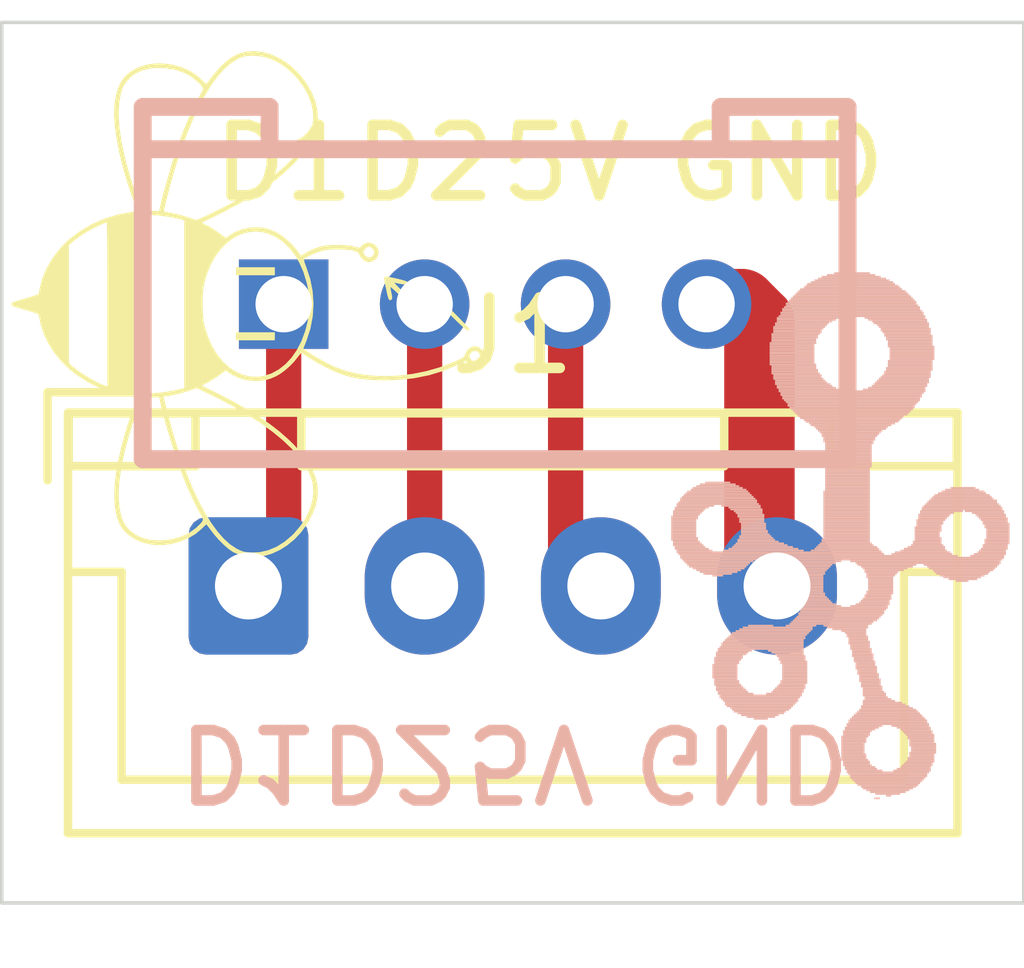
<source format=kicad_pcb>
(kicad_pcb (version 20171130) (host pcbnew "(5.1.10)-1")

  (general
    (thickness 1.6)
    (drawings 12)
    (tracks 9)
    (zones 0)
    (modules 4)
    (nets 5)
  )

  (page A4)
  (layers
    (0 F.Cu signal)
    (31 B.Cu signal)
    (32 B.Adhes user)
    (33 F.Adhes user)
    (34 B.Paste user)
    (35 F.Paste user)
    (36 B.SilkS user)
    (37 F.SilkS user)
    (38 B.Mask user)
    (39 F.Mask user)
    (40 Dwgs.User user)
    (41 Cmts.User user)
    (42 Eco1.User user)
    (43 Eco2.User user)
    (44 Edge.Cuts user)
    (45 Margin user)
    (46 B.CrtYd user)
    (47 F.CrtYd user)
    (48 B.Fab user)
    (49 F.Fab user)
  )

  (setup
    (last_trace_width 0.5)
    (user_trace_width 0.5)
    (trace_clearance 0.2)
    (zone_clearance 0.508)
    (zone_45_only no)
    (trace_min 0.2)
    (via_size 0.8)
    (via_drill 0.4)
    (via_min_size 0.4)
    (via_min_drill 0.3)
    (uvia_size 0.3)
    (uvia_drill 0.1)
    (uvias_allowed no)
    (uvia_min_size 0.2)
    (uvia_min_drill 0.1)
    (edge_width 0.05)
    (segment_width 0.2)
    (pcb_text_width 0.3)
    (pcb_text_size 1.5 1.5)
    (mod_edge_width 0.12)
    (mod_text_size 1 1)
    (mod_text_width 0.15)
    (pad_size 1.524 1.524)
    (pad_drill 0.762)
    (pad_to_mask_clearance 0)
    (aux_axis_origin 0 0)
    (visible_elements FFFFFF7F)
    (pcbplotparams
      (layerselection 0x010fc_ffffffff)
      (usegerberextensions false)
      (usegerberattributes true)
      (usegerberadvancedattributes true)
      (creategerberjobfile true)
      (excludeedgelayer true)
      (linewidth 0.100000)
      (plotframeref false)
      (viasonmask false)
      (mode 1)
      (useauxorigin false)
      (hpglpennumber 1)
      (hpglpenspeed 20)
      (hpglpendiameter 15.000000)
      (psnegative false)
      (psa4output false)
      (plotreference true)
      (plotvalue true)
      (plotinvisibletext false)
      (padsonsilk false)
      (subtractmaskfromsilk false)
      (outputformat 1)
      (mirror false)
      (drillshape 1)
      (scaleselection 1)
      (outputdirectory ""))
  )

  (net 0 "")
  (net 1 GND)
  (net 2 +5V)
  (net 3 "Net-(J1-Pad2)")
  (net 4 "Net-(J1-Pad1)")

  (net_class Default "This is the default net class."
    (clearance 0.2)
    (trace_width 0.25)
    (via_dia 0.8)
    (via_drill 0.4)
    (uvia_dia 0.3)
    (uvia_drill 0.1)
    (add_net +5V)
    (add_net GND)
    (add_net "Net-(J1-Pad1)")
    (add_net "Net-(J1-Pad2)")
  )

  (module "Grove-Gas Sensor v1.4:TWIGLOGO" (layer B.Cu) (tedit 0) (tstamp 611766B0)
    (at 184.5 94)
    (fp_text reference U$3 (at 0 0 180) (layer B.SilkS) hide
      (effects (font (size 1.27 1.27) (thickness 0.15)) (justify mirror))
    )
    (fp_text value "" (at 0 0 180) (layer B.SilkS) hide
      (effects (font (size 1.27 1.27) (thickness 0.15)) (justify mirror))
    )
    (fp_poly (pts (xy 0.0127 -0.9779) (xy 0.1143 -0.9779) (xy 0.1143 -0.9525) (xy 0.0127 -0.9525)) (layer B.SilkS) (width 0))
    (fp_poly (pts (xy -0.1905 -0.9525) (xy 0.3175 -0.9525) (xy 0.3175 -0.9271) (xy -0.1905 -0.9271)) (layer B.SilkS) (width 0))
    (fp_poly (pts (xy -0.2921 -0.9271) (xy 0.3937 -0.9271) (xy 0.3937 -0.9017) (xy -0.2921 -0.9017)) (layer B.SilkS) (width 0))
    (fp_poly (pts (xy -0.3683 -0.9017) (xy 0.4699 -0.9017) (xy 0.4699 -0.8763) (xy -0.3683 -0.8763)) (layer B.SilkS) (width 0))
    (fp_poly (pts (xy -0.4191 -0.8763) (xy 0.5461 -0.8763) (xy 0.5461 -0.8509) (xy -0.4191 -0.8509)) (layer B.SilkS) (width 0))
    (fp_poly (pts (xy -0.4699 -0.8509) (xy 0.5969 -0.8509) (xy 0.5969 -0.8255) (xy -0.4699 -0.8255)) (layer B.SilkS) (width 0))
    (fp_poly (pts (xy -0.5207 -0.8255) (xy 0.6477 -0.8255) (xy 0.6477 -0.8001) (xy -0.5207 -0.8001)) (layer B.SilkS) (width 0))
    (fp_poly (pts (xy -0.5715 -0.8001) (xy 0.6731 -0.8001) (xy 0.6731 -0.7747) (xy -0.5715 -0.7747)) (layer B.SilkS) (width 0))
    (fp_poly (pts (xy -0.5969 -0.7747) (xy 0.7239 -0.7747) (xy 0.7239 -0.7493) (xy -0.5969 -0.7493)) (layer B.SilkS) (width 0))
    (fp_poly (pts (xy -0.6223 -0.7493) (xy 0.7493 -0.7493) (xy 0.7493 -0.7239) (xy -0.6223 -0.7239)) (layer B.SilkS) (width 0))
    (fp_poly (pts (xy -0.6731 -0.7239) (xy 0.7747 -0.7239) (xy 0.7747 -0.6985) (xy -0.6731 -0.6985)) (layer B.SilkS) (width 0))
    (fp_poly (pts (xy -0.6985 -0.6985) (xy 0.8255 -0.6985) (xy 0.8255 -0.6731) (xy -0.6985 -0.6731)) (layer B.SilkS) (width 0))
    (fp_poly (pts (xy -0.7239 -0.6731) (xy 0.8509 -0.6731) (xy 0.8509 -0.6477) (xy -0.7239 -0.6477)) (layer B.SilkS) (width 0))
    (fp_poly (pts (xy -0.7493 -0.6477) (xy 0.8763 -0.6477) (xy 0.8763 -0.6223) (xy -0.7493 -0.6223)) (layer B.SilkS) (width 0))
    (fp_poly (pts (xy -0.7747 -0.6223) (xy 0.9017 -0.6223) (xy 0.9017 -0.5969) (xy -0.7747 -0.5969)) (layer B.SilkS) (width 0))
    (fp_poly (pts (xy -0.8001 -0.5969) (xy 0.9271 -0.5969) (xy 0.9271 -0.5715) (xy -0.8001 -0.5715)) (layer B.SilkS) (width 0))
    (fp_poly (pts (xy -0.8255 -0.5715) (xy 0.9525 -0.5715) (xy 0.9525 -0.5461) (xy -0.8255 -0.5461)) (layer B.SilkS) (width 0))
    (fp_poly (pts (xy -0.8509 -0.5461) (xy 0.9779 -0.5461) (xy 0.9779 -0.5207) (xy -0.8509 -0.5207)) (layer B.SilkS) (width 0))
    (fp_poly (pts (xy -0.8763 -0.5207) (xy 0.9779 -0.5207) (xy 0.9779 -0.4953) (xy -0.8763 -0.4953)) (layer B.SilkS) (width 0))
    (fp_poly (pts (xy -0.8763 -0.4953) (xy 1.0033 -0.4953) (xy 1.0033 -0.4699) (xy -0.8763 -0.4699)) (layer B.SilkS) (width 0))
    (fp_poly (pts (xy -0.9017 -0.4699) (xy 1.0287 -0.4699) (xy 1.0287 -0.4445) (xy -0.9017 -0.4445)) (layer B.SilkS) (width 0))
    (fp_poly (pts (xy -0.9271 -0.4445) (xy 1.0287 -0.4445) (xy 1.0287 -0.4191) (xy -0.9271 -0.4191)) (layer B.SilkS) (width 0))
    (fp_poly (pts (xy -0.9271 -0.4191) (xy 1.0541 -0.4191) (xy 1.0541 -0.3937) (xy -0.9271 -0.3937)) (layer B.SilkS) (width 0))
    (fp_poly (pts (xy -0.9525 -0.3937) (xy 1.0795 -0.3937) (xy 1.0795 -0.3683) (xy -0.9525 -0.3683)) (layer B.SilkS) (width 0))
    (fp_poly (pts (xy -0.9525 -0.3683) (xy 1.0795 -0.3683) (xy 1.0795 -0.3429) (xy -0.9525 -0.3429)) (layer B.SilkS) (width 0))
    (fp_poly (pts (xy -0.9779 -0.3429) (xy 0.0127 -0.3429) (xy 0.0127 -0.3175) (xy -0.9779 -0.3175)) (layer B.SilkS) (width 0))
    (fp_poly (pts (xy 0.1143 -0.3429) (xy 1.1049 -0.3429) (xy 1.1049 -0.3175) (xy 0.1143 -0.3175)) (layer B.SilkS) (width 0))
    (fp_poly (pts (xy -1.0033 -0.3175) (xy -0.1143 -0.3175) (xy -0.1143 -0.2921) (xy -1.0033 -0.2921)) (layer B.SilkS) (width 0))
    (fp_poly (pts (xy 0.2413 -0.3175) (xy 1.1049 -0.3175) (xy 1.1049 -0.2921) (xy 0.2413 -0.2921)) (layer B.SilkS) (width 0))
    (fp_poly (pts (xy -1.0033 -0.2921) (xy -0.1651 -0.2921) (xy -0.1651 -0.2667) (xy -1.0033 -0.2667)) (layer B.SilkS) (width 0))
    (fp_poly (pts (xy 0.2921 -0.2921) (xy 1.1303 -0.2921) (xy 1.1303 -0.2667) (xy 0.2921 -0.2667)) (layer B.SilkS) (width 0))
    (fp_poly (pts (xy -1.0033 -0.2667) (xy -0.2159 -0.2667) (xy -0.2159 -0.2413) (xy -1.0033 -0.2413)) (layer B.SilkS) (width 0))
    (fp_poly (pts (xy 0.3429 -0.2667) (xy 1.1303 -0.2667) (xy 1.1303 -0.2413) (xy 0.3429 -0.2413)) (layer B.SilkS) (width 0))
    (fp_poly (pts (xy -1.0287 -0.2413) (xy -0.2667 -0.2413) (xy -0.2667 -0.2159) (xy -1.0287 -0.2159)) (layer B.SilkS) (width 0))
    (fp_poly (pts (xy 0.3683 -0.2413) (xy 1.1557 -0.2413) (xy 1.1557 -0.2159) (xy 0.3683 -0.2159)) (layer B.SilkS) (width 0))
    (fp_poly (pts (xy -1.0287 -0.2159) (xy -0.2921 -0.2159) (xy -0.2921 -0.1905) (xy -1.0287 -0.1905)) (layer B.SilkS) (width 0))
    (fp_poly (pts (xy 0.4191 -0.2159) (xy 1.1557 -0.2159) (xy 1.1557 -0.1905) (xy 0.4191 -0.1905)) (layer B.SilkS) (width 0))
    (fp_poly (pts (xy -1.0541 -0.1905) (xy -0.3175 -0.1905) (xy -0.3175 -0.1651) (xy -1.0541 -0.1651)) (layer B.SilkS) (width 0))
    (fp_poly (pts (xy 0.4445 -0.1905) (xy 1.1557 -0.1905) (xy 1.1557 -0.1651) (xy 0.4445 -0.1651)) (layer B.SilkS) (width 0))
    (fp_poly (pts (xy -1.0541 -0.1651) (xy -0.3429 -0.1651) (xy -0.3429 -0.1397) (xy -1.0541 -0.1397)) (layer B.SilkS) (width 0))
    (fp_poly (pts (xy 0.4699 -0.1651) (xy 1.1811 -0.1651) (xy 1.1811 -0.1397) (xy 0.4699 -0.1397)) (layer B.SilkS) (width 0))
    (fp_poly (pts (xy -1.0541 -0.1397) (xy -0.3683 -0.1397) (xy -0.3683 -0.1143) (xy -1.0541 -0.1143)) (layer B.SilkS) (width 0))
    (fp_poly (pts (xy 0.4699 -0.1397) (xy 1.1811 -0.1397) (xy 1.1811 -0.1143) (xy 0.4699 -0.1143)) (layer B.SilkS) (width 0))
    (fp_poly (pts (xy -1.0541 -0.1143) (xy -0.3683 -0.1143) (xy -0.3683 -0.0889) (xy -1.0541 -0.0889)) (layer B.SilkS) (width 0))
    (fp_poly (pts (xy 0.4953 -0.1143) (xy 1.1811 -0.1143) (xy 1.1811 -0.0889) (xy 0.4953 -0.0889)) (layer B.SilkS) (width 0))
    (fp_poly (pts (xy -1.0795 -0.0889) (xy -0.3937 -0.0889) (xy -0.3937 -0.0635) (xy -1.0795 -0.0635)) (layer B.SilkS) (width 0))
    (fp_poly (pts (xy 0.5207 -0.0889) (xy 1.1811 -0.0889) (xy 1.1811 -0.0635) (xy 0.5207 -0.0635)) (layer B.SilkS) (width 0))
    (fp_poly (pts (xy -1.0795 -0.0635) (xy -0.4191 -0.0635) (xy -0.4191 -0.0381) (xy -1.0795 -0.0381)) (layer B.SilkS) (width 0))
    (fp_poly (pts (xy 0.5207 -0.0635) (xy 1.2065 -0.0635) (xy 1.2065 -0.0381) (xy 0.5207 -0.0381)) (layer B.SilkS) (width 0))
    (fp_poly (pts (xy -1.0795 -0.0381) (xy -0.4191 -0.0381) (xy -0.4191 -0.0127) (xy -1.0795 -0.0127)) (layer B.SilkS) (width 0))
    (fp_poly (pts (xy 0.5461 -0.0381) (xy 1.2065 -0.0381) (xy 1.2065 -0.0127) (xy 0.5461 -0.0127)) (layer B.SilkS) (width 0))
    (fp_poly (pts (xy -1.0795 -0.0127) (xy -0.4445 -0.0127) (xy -0.4445 0.0127) (xy -1.0795 0.0127)) (layer B.SilkS) (width 0))
    (fp_poly (pts (xy 0.5461 -0.0127) (xy 1.2065 -0.0127) (xy 1.2065 0.0127) (xy 0.5461 0.0127)) (layer B.SilkS) (width 0))
    (fp_poly (pts (xy -1.0795 0.0127) (xy -0.4445 0.0127) (xy -0.4445 0.0381) (xy -1.0795 0.0381)) (layer B.SilkS) (width 0))
    (fp_poly (pts (xy 0.5715 0.0127) (xy 1.2065 0.0127) (xy 1.2065 0.0381) (xy 0.5715 0.0381)) (layer B.SilkS) (width 0))
    (fp_poly (pts (xy -1.1049 0.0381) (xy -0.4445 0.0381) (xy -0.4445 0.0635) (xy -1.1049 0.0635)) (layer B.SilkS) (width 0))
    (fp_poly (pts (xy 0.5715 0.0381) (xy 1.2065 0.0381) (xy 1.2065 0.0635) (xy 0.5715 0.0635)) (layer B.SilkS) (width 0))
    (fp_poly (pts (xy -1.1049 0.0635) (xy -0.4699 0.0635) (xy -0.4699 0.0889) (xy -1.1049 0.0889)) (layer B.SilkS) (width 0))
    (fp_poly (pts (xy 0.5715 0.0635) (xy 1.2065 0.0635) (xy 1.2065 0.0889) (xy 0.5715 0.0889)) (layer B.SilkS) (width 0))
    (fp_poly (pts (xy -1.1049 0.0889) (xy -0.4699 0.0889) (xy -0.4699 0.1143) (xy -1.1049 0.1143)) (layer B.SilkS) (width 0))
    (fp_poly (pts (xy 0.5715 0.0889) (xy 1.2319 0.0889) (xy 1.2319 0.1143) (xy 0.5715 0.1143)) (layer B.SilkS) (width 0))
    (fp_poly (pts (xy -1.1049 0.1143) (xy -0.4699 0.1143) (xy -0.4699 0.1397) (xy -1.1049 0.1397)) (layer B.SilkS) (width 0))
    (fp_poly (pts (xy 0.5969 0.1143) (xy 1.2319 0.1143) (xy 1.2319 0.1397) (xy 0.5969 0.1397)) (layer B.SilkS) (width 0))
    (fp_poly (pts (xy -1.1049 0.1397) (xy -0.4699 0.1397) (xy -0.4699 0.1651) (xy -1.1049 0.1651)) (layer B.SilkS) (width 0))
    (fp_poly (pts (xy 0.5969 0.1397) (xy 1.2319 0.1397) (xy 1.2319 0.1651) (xy 0.5969 0.1651)) (layer B.SilkS) (width 0))
    (fp_poly (pts (xy -1.1049 0.1651) (xy -0.4699 0.1651) (xy -0.4699 0.1905) (xy -1.1049 0.1905)) (layer B.SilkS) (width 0))
    (fp_poly (pts (xy 0.5969 0.1651) (xy 1.2319 0.1651) (xy 1.2319 0.1905) (xy 0.5969 0.1905)) (layer B.SilkS) (width 0))
    (fp_poly (pts (xy -1.1049 0.1905) (xy -0.4699 0.1905) (xy -0.4699 0.2159) (xy -1.1049 0.2159)) (layer B.SilkS) (width 0))
    (fp_poly (pts (xy 0.5969 0.1905) (xy 1.2319 0.1905) (xy 1.2319 0.2159) (xy 0.5969 0.2159)) (layer B.SilkS) (width 0))
    (fp_poly (pts (xy -1.1049 0.2159) (xy -0.4699 0.2159) (xy -0.4699 0.2413) (xy -1.1049 0.2413)) (layer B.SilkS) (width 0))
    (fp_poly (pts (xy 0.5969 0.2159) (xy 1.2319 0.2159) (xy 1.2319 0.2413) (xy 0.5969 0.2413)) (layer B.SilkS) (width 0))
    (fp_poly (pts (xy -1.1049 0.2413) (xy -0.4699 0.2413) (xy -0.4699 0.2667) (xy -1.1049 0.2667)) (layer B.SilkS) (width 0))
    (fp_poly (pts (xy 0.5969 0.2413) (xy 1.2319 0.2413) (xy 1.2319 0.2667) (xy 0.5969 0.2667)) (layer B.SilkS) (width 0))
    (fp_poly (pts (xy -1.1049 0.2667) (xy -0.4699 0.2667) (xy -0.4699 0.2921) (xy -1.1049 0.2921)) (layer B.SilkS) (width 0))
    (fp_poly (pts (xy 0.5969 0.2667) (xy 1.2319 0.2667) (xy 1.2319 0.2921) (xy 0.5969 0.2921)) (layer B.SilkS) (width 0))
    (fp_poly (pts (xy -1.1049 0.2921) (xy -0.4699 0.2921) (xy -0.4699 0.3175) (xy -1.1049 0.3175)) (layer B.SilkS) (width 0))
    (fp_poly (pts (xy 0.5715 0.2921) (xy 1.2065 0.2921) (xy 1.2065 0.3175) (xy 0.5715 0.3175)) (layer B.SilkS) (width 0))
    (fp_poly (pts (xy -1.1049 0.3175) (xy -0.4699 0.3175) (xy -0.4699 0.3429) (xy -1.1049 0.3429)) (layer B.SilkS) (width 0))
    (fp_poly (pts (xy 0.5715 0.3175) (xy 1.2065 0.3175) (xy 1.2065 0.3429) (xy 0.5715 0.3429)) (layer B.SilkS) (width 0))
    (fp_poly (pts (xy -1.1049 0.3429) (xy -0.4445 0.3429) (xy -0.4445 0.3683) (xy -1.1049 0.3683)) (layer B.SilkS) (width 0))
    (fp_poly (pts (xy 0.5715 0.3429) (xy 1.2065 0.3429) (xy 1.2065 0.3683) (xy 0.5715 0.3683)) (layer B.SilkS) (width 0))
    (fp_poly (pts (xy -1.0795 0.3683) (xy -0.4445 0.3683) (xy -0.4445 0.3937) (xy -1.0795 0.3937)) (layer B.SilkS) (width 0))
    (fp_poly (pts (xy 0.5715 0.3683) (xy 1.2065 0.3683) (xy 1.2065 0.3937) (xy 0.5715 0.3937)) (layer B.SilkS) (width 0))
    (fp_poly (pts (xy -1.0795 0.3937) (xy -0.4445 0.3937) (xy -0.4445 0.4191) (xy -1.0795 0.4191)) (layer B.SilkS) (width 0))
    (fp_poly (pts (xy 0.5461 0.3937) (xy 1.2065 0.3937) (xy 1.2065 0.4191) (xy 0.5461 0.4191)) (layer B.SilkS) (width 0))
    (fp_poly (pts (xy -1.0795 0.4191) (xy -0.4191 0.4191) (xy -0.4191 0.4445) (xy -1.0795 0.4445)) (layer B.SilkS) (width 0))
    (fp_poly (pts (xy 0.5461 0.4191) (xy 1.2065 0.4191) (xy 1.2065 0.4445) (xy 0.5461 0.4445)) (layer B.SilkS) (width 0))
    (fp_poly (pts (xy -1.0795 0.4445) (xy -0.4191 0.4445) (xy -0.4191 0.4699) (xy -1.0795 0.4699)) (layer B.SilkS) (width 0))
    (fp_poly (pts (xy 0.5207 0.4445) (xy 1.1811 0.4445) (xy 1.1811 0.4699) (xy 0.5207 0.4699)) (layer B.SilkS) (width 0))
    (fp_poly (pts (xy -1.0795 0.4699) (xy -0.3937 0.4699) (xy -0.3937 0.4953) (xy -1.0795 0.4953)) (layer B.SilkS) (width 0))
    (fp_poly (pts (xy 0.5207 0.4699) (xy 1.1811 0.4699) (xy 1.1811 0.4953) (xy 0.5207 0.4953)) (layer B.SilkS) (width 0))
    (fp_poly (pts (xy -1.0541 0.4953) (xy -0.3683 0.4953) (xy -0.3683 0.5207) (xy -1.0541 0.5207)) (layer B.SilkS) (width 0))
    (fp_poly (pts (xy 0.4953 0.4953) (xy 1.1811 0.4953) (xy 1.1811 0.5207) (xy 0.4953 0.5207)) (layer B.SilkS) (width 0))
    (fp_poly (pts (xy -1.0541 0.5207) (xy -0.3683 0.5207) (xy -0.3683 0.5461) (xy -1.0541 0.5461)) (layer B.SilkS) (width 0))
    (fp_poly (pts (xy 0.4699 0.5207) (xy 1.1811 0.5207) (xy 1.1811 0.5461) (xy 0.4699 0.5461)) (layer B.SilkS) (width 0))
    (fp_poly (pts (xy -1.0541 0.5461) (xy -0.3429 0.5461) (xy -0.3429 0.5715) (xy -1.0541 0.5715)) (layer B.SilkS) (width 0))
    (fp_poly (pts (xy 0.4445 0.5461) (xy 1.1557 0.5461) (xy 1.1557 0.5715) (xy 0.4445 0.5715)) (layer B.SilkS) (width 0))
    (fp_poly (pts (xy -1.0287 0.5715) (xy -0.3175 0.5715) (xy -0.3175 0.5969) (xy -1.0287 0.5969)) (layer B.SilkS) (width 0))
    (fp_poly (pts (xy 0.4191 0.5715) (xy 1.1557 0.5715) (xy 1.1557 0.5969) (xy 0.4191 0.5969)) (layer B.SilkS) (width 0))
    (fp_poly (pts (xy -1.0287 0.5969) (xy -0.2921 0.5969) (xy -0.2921 0.6223) (xy -1.0287 0.6223)) (layer B.SilkS) (width 0))
    (fp_poly (pts (xy 0.3937 0.5969) (xy 1.1557 0.5969) (xy 1.1557 0.6223) (xy 0.3937 0.6223)) (layer B.SilkS) (width 0))
    (fp_poly (pts (xy -1.0287 0.6223) (xy -0.2413 0.6223) (xy -0.2413 0.6477) (xy -1.0287 0.6477)) (layer B.SilkS) (width 0))
    (fp_poly (pts (xy 0.3683 0.6223) (xy 1.1303 0.6223) (xy 1.1303 0.6477) (xy 0.3683 0.6477)) (layer B.SilkS) (width 0))
    (fp_poly (pts (xy -1.0033 0.6477) (xy -0.2159 0.6477) (xy -0.2159 0.6731) (xy -1.0033 0.6731)) (layer B.SilkS) (width 0))
    (fp_poly (pts (xy 0.3429 0.6477) (xy 1.1303 0.6477) (xy 1.1303 0.6731) (xy 0.3429 0.6731)) (layer B.SilkS) (width 0))
    (fp_poly (pts (xy -1.0033 0.6731) (xy -0.1651 0.6731) (xy -0.1651 0.6985) (xy -1.0033 0.6985)) (layer B.SilkS) (width 0))
    (fp_poly (pts (xy 0.2921 0.6731) (xy 1.1049 0.6731) (xy 1.1049 0.6985) (xy 0.2921 0.6985)) (layer B.SilkS) (width 0))
    (fp_poly (pts (xy -0.9779 0.6985) (xy -0.0889 0.6985) (xy -0.0889 0.7239) (xy -0.9779 0.7239)) (layer B.SilkS) (width 0))
    (fp_poly (pts (xy 0.2159 0.6985) (xy 1.1049 0.6985) (xy 1.1049 0.7239) (xy 0.2159 0.7239)) (layer B.SilkS) (width 0))
    (fp_poly (pts (xy -0.9779 0.7239) (xy 1.1049 0.7239) (xy 1.1049 0.7493) (xy -0.9779 0.7493)) (layer B.SilkS) (width 0))
    (fp_poly (pts (xy -0.9525 0.7493) (xy 1.0795 0.7493) (xy 1.0795 0.7747) (xy -0.9525 0.7747)) (layer B.SilkS) (width 0))
    (fp_poly (pts (xy -0.9525 0.7747) (xy 1.0541 0.7747) (xy 1.0541 0.8001) (xy -0.9525 0.8001)) (layer B.SilkS) (width 0))
    (fp_poly (pts (xy -0.9271 0.8001) (xy 1.0541 0.8001) (xy 1.0541 0.8255) (xy -0.9271 0.8255)) (layer B.SilkS) (width 0))
    (fp_poly (pts (xy -0.9271 0.8255) (xy 1.0287 0.8255) (xy 1.0287 0.8509) (xy -0.9271 0.8509)) (layer B.SilkS) (width 0))
    (fp_poly (pts (xy -0.9017 0.8509) (xy 1.0287 0.8509) (xy 1.0287 0.8763) (xy -0.9017 0.8763)) (layer B.SilkS) (width 0))
    (fp_poly (pts (xy -0.8763 0.8763) (xy 1.0033 0.8763) (xy 1.0033 0.9017) (xy -0.8763 0.9017)) (layer B.SilkS) (width 0))
    (fp_poly (pts (xy -0.8509 0.9017) (xy 0.9779 0.9017) (xy 0.9779 0.9271) (xy -0.8509 0.9271)) (layer B.SilkS) (width 0))
    (fp_poly (pts (xy -0.8509 0.9271) (xy 0.9525 0.9271) (xy 0.9525 0.9525) (xy -0.8509 0.9525)) (layer B.SilkS) (width 0))
    (fp_poly (pts (xy -0.8255 0.9525) (xy 0.9525 0.9525) (xy 0.9525 0.9779) (xy -0.8255 0.9779)) (layer B.SilkS) (width 0))
    (fp_poly (pts (xy -0.8001 0.9779) (xy 0.9271 0.9779) (xy 0.9271 1.0033) (xy -0.8001 1.0033)) (layer B.SilkS) (width 0))
    (fp_poly (pts (xy -0.7747 1.0033) (xy 0.9017 1.0033) (xy 0.9017 1.0287) (xy -0.7747 1.0287)) (layer B.SilkS) (width 0))
    (fp_poly (pts (xy -0.7493 1.0287) (xy 0.8763 1.0287) (xy 0.8763 1.0541) (xy -0.7493 1.0541)) (layer B.SilkS) (width 0))
    (fp_poly (pts (xy -0.7239 1.0541) (xy 0.8509 1.0541) (xy 0.8509 1.0795) (xy -0.7239 1.0795)) (layer B.SilkS) (width 0))
    (fp_poly (pts (xy -0.6985 1.0795) (xy 0.8001 1.0795) (xy 0.8001 1.1049) (xy -0.6985 1.1049)) (layer B.SilkS) (width 0))
    (fp_poly (pts (xy -0.6731 1.1049) (xy 0.7747 1.1049) (xy 0.7747 1.1303) (xy -0.6731 1.1303)) (layer B.SilkS) (width 0))
    (fp_poly (pts (xy -0.6223 1.1303) (xy 0.7493 1.1303) (xy 0.7493 1.1557) (xy -0.6223 1.1557)) (layer B.SilkS) (width 0))
    (fp_poly (pts (xy -0.5969 1.1557) (xy 0.7239 1.1557) (xy 0.7239 1.1811) (xy -0.5969 1.1811)) (layer B.SilkS) (width 0))
    (fp_poly (pts (xy -0.5461 1.1811) (xy 0.6731 1.1811) (xy 0.6731 1.2065) (xy -0.5461 1.2065)) (layer B.SilkS) (width 0))
    (fp_poly (pts (xy -0.5207 1.2065) (xy 0.6223 1.2065) (xy 0.6223 1.2319) (xy -0.5207 1.2319)) (layer B.SilkS) (width 0))
    (fp_poly (pts (xy -0.4699 1.2319) (xy 0.5715 1.2319) (xy 0.5715 1.2573) (xy -0.4699 1.2573)) (layer B.SilkS) (width 0))
    (fp_poly (pts (xy -0.4445 1.2573) (xy 0.5461 1.2573) (xy 0.5461 1.2827) (xy -0.4445 1.2827)) (layer B.SilkS) (width 0))
    (fp_poly (pts (xy -0.4191 1.2827) (xy 0.4953 1.2827) (xy 0.4953 1.3081) (xy -0.4191 1.3081)) (layer B.SilkS) (width 0))
    (fp_poly (pts (xy -0.3937 1.3081) (xy 0.4699 1.3081) (xy 0.4699 1.3335) (xy -0.3937 1.3335)) (layer B.SilkS) (width 0))
    (fp_poly (pts (xy -0.3683 1.3335) (xy 0.4445 1.3335) (xy 0.4445 1.3589) (xy -0.3683 1.3589)) (layer B.SilkS) (width 0))
    (fp_poly (pts (xy -0.3683 1.3589) (xy 0.4191 1.3589) (xy 0.4191 1.3843) (xy -0.3683 1.3843)) (layer B.SilkS) (width 0))
    (fp_poly (pts (xy -0.3429 1.3843) (xy 0.3937 1.3843) (xy 0.3937 1.4097) (xy -0.3429 1.4097)) (layer B.SilkS) (width 0))
    (fp_poly (pts (xy -0.3429 1.4097) (xy 0.3937 1.4097) (xy 0.3937 1.4351) (xy -0.3429 1.4351)) (layer B.SilkS) (width 0))
    (fp_poly (pts (xy -0.3429 1.4351) (xy 0.3683 1.4351) (xy 0.3683 1.4605) (xy -0.3429 1.4605)) (layer B.SilkS) (width 0))
    (fp_poly (pts (xy -0.3175 1.4605) (xy 0.3683 1.4605) (xy 0.3683 1.4859) (xy -0.3175 1.4859)) (layer B.SilkS) (width 0))
    (fp_poly (pts (xy -0.3175 1.4859) (xy 0.3429 1.4859) (xy 0.3429 1.5113) (xy -0.3175 1.5113)) (layer B.SilkS) (width 0))
    (fp_poly (pts (xy -0.3175 1.5113) (xy 0.3429 1.5113) (xy 0.3429 1.5367) (xy -0.3175 1.5367)) (layer B.SilkS) (width 0))
    (fp_poly (pts (xy -0.3175 1.5367) (xy 0.3429 1.5367) (xy 0.3429 1.5621) (xy -0.3175 1.5621)) (layer B.SilkS) (width 0))
    (fp_poly (pts (xy -0.3175 1.5621) (xy 0.3429 1.5621) (xy 0.3429 1.5875) (xy -0.3175 1.5875)) (layer B.SilkS) (width 0))
    (fp_poly (pts (xy -0.3175 1.5875) (xy 0.3429 1.5875) (xy 0.3429 1.6129) (xy -0.3175 1.6129)) (layer B.SilkS) (width 0))
    (fp_poly (pts (xy -0.3175 1.6129) (xy 0.3429 1.6129) (xy 0.3429 1.6383) (xy -0.3175 1.6383)) (layer B.SilkS) (width 0))
    (fp_poly (pts (xy -0.3175 1.6383) (xy 0.3429 1.6383) (xy 0.3429 1.6637) (xy -0.3175 1.6637)) (layer B.SilkS) (width 0))
    (fp_poly (pts (xy -0.3175 1.6637) (xy 0.3429 1.6637) (xy 0.3429 1.6891) (xy -0.3175 1.6891)) (layer B.SilkS) (width 0))
    (fp_poly (pts (xy -0.3175 1.6891) (xy 0.3429 1.6891) (xy 0.3429 1.7145) (xy -0.3175 1.7145)) (layer B.SilkS) (width 0))
    (fp_poly (pts (xy -0.3175 1.7145) (xy 0.3429 1.7145) (xy 0.3429 1.7399) (xy -0.3175 1.7399)) (layer B.SilkS) (width 0))
    (fp_poly (pts (xy -0.3175 1.7399) (xy 0.3429 1.7399) (xy 0.3429 1.7653) (xy -0.3175 1.7653)) (layer B.SilkS) (width 0))
    (fp_poly (pts (xy -0.3175 1.7653) (xy 0.3429 1.7653) (xy 0.3429 1.7907) (xy -0.3175 1.7907)) (layer B.SilkS) (width 0))
    (fp_poly (pts (xy -0.3175 1.7907) (xy 0.3429 1.7907) (xy 0.3429 1.8161) (xy -0.3175 1.8161)) (layer B.SilkS) (width 0))
    (fp_poly (pts (xy -0.3175 1.8161) (xy 0.3175 1.8161) (xy 0.3175 1.8415) (xy -0.3175 1.8415)) (layer B.SilkS) (width 0))
    (fp_poly (pts (xy -0.3175 1.8415) (xy 0.3175 1.8415) (xy 0.3175 1.8669) (xy -0.3175 1.8669)) (layer B.SilkS) (width 0))
    (fp_poly (pts (xy -0.3175 1.8669) (xy 0.3175 1.8669) (xy 0.3175 1.8923) (xy -0.3175 1.8923)) (layer B.SilkS) (width 0))
    (fp_poly (pts (xy -0.3175 1.8923) (xy 0.3175 1.8923) (xy 0.3175 1.9177) (xy -0.3175 1.9177)) (layer B.SilkS) (width 0))
    (fp_poly (pts (xy -0.3175 1.9177) (xy 0.3175 1.9177) (xy 0.3175 1.9431) (xy -0.3175 1.9431)) (layer B.SilkS) (width 0))
    (fp_poly (pts (xy -0.3175 1.9431) (xy 0.3175 1.9431) (xy 0.3175 1.9685) (xy -0.3175 1.9685)) (layer B.SilkS) (width 0))
    (fp_poly (pts (xy -0.3175 1.9685) (xy 0.3175 1.9685) (xy 0.3175 1.9939) (xy -0.3175 1.9939)) (layer B.SilkS) (width 0))
    (fp_poly (pts (xy -0.3175 1.9939) (xy 0.3175 1.9939) (xy 0.3175 2.0193) (xy -0.3175 2.0193)) (layer B.SilkS) (width 0))
    (fp_poly (pts (xy -2.0193 2.0193) (xy -1.6637 2.0193) (xy -1.6637 2.0447) (xy -2.0193 2.0447)) (layer B.SilkS) (width 0))
    (fp_poly (pts (xy -0.3175 2.0193) (xy 0.3175 2.0193) (xy 0.3175 2.0447) (xy -0.3175 2.0447)) (layer B.SilkS) (width 0))
    (fp_poly (pts (xy -2.0955 2.0447) (xy -1.5875 2.0447) (xy -1.5875 2.0701) (xy -2.0955 2.0701)) (layer B.SilkS) (width 0))
    (fp_poly (pts (xy -0.3175 2.0447) (xy 0.3175 2.0447) (xy 0.3175 2.0701) (xy -0.3175 2.0701)) (layer B.SilkS) (width 0))
    (fp_poly (pts (xy -2.1463 2.0701) (xy -1.5367 2.0701) (xy -1.5367 2.0955) (xy -2.1463 2.0955)) (layer B.SilkS) (width 0))
    (fp_poly (pts (xy -0.3175 2.0701) (xy 0.3175 2.0701) (xy 0.3175 2.0955) (xy -0.3175 2.0955)) (layer B.SilkS) (width 0))
    (fp_poly (pts (xy -2.1971 2.0955) (xy -1.4859 2.0955) (xy -1.4859 2.1209) (xy -2.1971 2.1209)) (layer B.SilkS) (width 0))
    (fp_poly (pts (xy -0.3175 2.0955) (xy 0.3175 2.0955) (xy 0.3175 2.1209) (xy -0.3175 2.1209)) (layer B.SilkS) (width 0))
    (fp_poly (pts (xy 1.4605 2.0955) (xy 1.8161 2.0955) (xy 1.8161 2.1209) (xy 1.4605 2.1209)) (layer B.SilkS) (width 0))
    (fp_poly (pts (xy -2.2225 2.1209) (xy -1.4351 2.1209) (xy -1.4351 2.1463) (xy -2.2225 2.1463)) (layer B.SilkS) (width 0))
    (fp_poly (pts (xy -0.3175 2.1209) (xy 0.3175 2.1209) (xy 0.3175 2.1463) (xy -0.3175 2.1463)) (layer B.SilkS) (width 0))
    (fp_poly (pts (xy 1.3843 2.1209) (xy 1.8669 2.1209) (xy 1.8669 2.1463) (xy 1.3843 2.1463)) (layer B.SilkS) (width 0))
    (fp_poly (pts (xy -2.2733 2.1463) (xy -1.4097 2.1463) (xy -1.4097 2.1717) (xy -2.2733 2.1717)) (layer B.SilkS) (width 0))
    (fp_poly (pts (xy -0.3429 2.1463) (xy 0.3175 2.1463) (xy 0.3175 2.1717) (xy -0.3429 2.1717)) (layer B.SilkS) (width 0))
    (fp_poly (pts (xy 1.3335 2.1463) (xy 1.9431 2.1463) (xy 1.9431 2.1717) (xy 1.3335 2.1717)) (layer B.SilkS) (width 0))
    (fp_poly (pts (xy -2.2987 2.1717) (xy -1.3843 2.1717) (xy -1.3843 2.1971) (xy -2.2987 2.1971)) (layer B.SilkS) (width 0))
    (fp_poly (pts (xy -0.3429 2.1717) (xy 0.3175 2.1717) (xy 0.3175 2.1971) (xy -0.3429 2.1971)) (layer B.SilkS) (width 0))
    (fp_poly (pts (xy 1.2827 2.1717) (xy 1.9685 2.1717) (xy 1.9685 2.1971) (xy 1.2827 2.1971)) (layer B.SilkS) (width 0))
    (fp_poly (pts (xy -2.3241 2.1971) (xy -1.3589 2.1971) (xy -1.3589 2.2225) (xy -2.3241 2.2225)) (layer B.SilkS) (width 0))
    (fp_poly (pts (xy -0.3429 2.1971) (xy 0.3175 2.1971) (xy 0.3175 2.2225) (xy -0.3429 2.2225)) (layer B.SilkS) (width 0))
    (fp_poly (pts (xy 1.2319 2.1971) (xy 2.0193 2.1971) (xy 2.0193 2.2225) (xy 1.2319 2.2225)) (layer B.SilkS) (width 0))
    (fp_poly (pts (xy -2.3495 2.2225) (xy -1.3335 2.2225) (xy -1.3335 2.2479) (xy -2.3495 2.2479)) (layer B.SilkS) (width 0))
    (fp_poly (pts (xy -0.3429 2.2225) (xy 0.3175 2.2225) (xy 0.3175 2.2479) (xy -0.3429 2.2479)) (layer B.SilkS) (width 0))
    (fp_poly (pts (xy 1.2065 2.2225) (xy 2.0447 2.2225) (xy 2.0447 2.2479) (xy 1.2065 2.2479)) (layer B.SilkS) (width 0))
    (fp_poly (pts (xy -2.3749 2.2479) (xy -1.3081 2.2479) (xy -1.3081 2.2733) (xy -2.3749 2.2733)) (layer B.SilkS) (width 0))
    (fp_poly (pts (xy -0.3429 2.2479) (xy 0.3175 2.2479) (xy 0.3175 2.2733) (xy -0.3429 2.2733)) (layer B.SilkS) (width 0))
    (fp_poly (pts (xy 1.1811 2.2479) (xy 2.0701 2.2479) (xy 2.0701 2.2733) (xy 1.1811 2.2733)) (layer B.SilkS) (width 0))
    (fp_poly (pts (xy -2.3749 2.2733) (xy -1.2827 2.2733) (xy -1.2827 2.2987) (xy -2.3749 2.2987)) (layer B.SilkS) (width 0))
    (fp_poly (pts (xy -0.3429 2.2733) (xy 0.3175 2.2733) (xy 0.3175 2.2987) (xy -0.3429 2.2987)) (layer B.SilkS) (width 0))
    (fp_poly (pts (xy 1.1557 2.2733) (xy 2.1209 2.2733) (xy 2.1209 2.2987) (xy 1.1557 2.2987)) (layer B.SilkS) (width 0))
    (fp_poly (pts (xy -2.4003 2.2987) (xy -1.2827 2.2987) (xy -1.2827 2.3241) (xy -2.4003 2.3241)) (layer B.SilkS) (width 0))
    (fp_poly (pts (xy -0.3429 2.2987) (xy 0.3175 2.2987) (xy 0.3175 2.3241) (xy -0.3429 2.3241)) (layer B.SilkS) (width 0))
    (fp_poly (pts (xy 1.1303 2.2987) (xy 2.1209 2.2987) (xy 2.1209 2.3241) (xy 1.1303 2.3241)) (layer B.SilkS) (width 0))
    (fp_poly (pts (xy -2.4257 2.3241) (xy -1.2573 2.3241) (xy -1.2573 2.3495) (xy -2.4257 2.3495)) (layer B.SilkS) (width 0))
    (fp_poly (pts (xy -0.3429 2.3241) (xy 0.3175 2.3241) (xy 0.3175 2.3495) (xy -0.3429 2.3495)) (layer B.SilkS) (width 0))
    (fp_poly (pts (xy 1.1049 2.3241) (xy 2.1463 2.3241) (xy 2.1463 2.3495) (xy 1.1049 2.3495)) (layer B.SilkS) (width 0))
    (fp_poly (pts (xy -2.4257 2.3495) (xy -1.8923 2.3495) (xy -1.8923 2.3749) (xy -2.4257 2.3749)) (layer B.SilkS) (width 0))
    (fp_poly (pts (xy -1.7907 2.3495) (xy -1.2319 2.3495) (xy -1.2319 2.3749) (xy -1.7907 2.3749)) (layer B.SilkS) (width 0))
    (fp_poly (pts (xy -0.3429 2.3495) (xy 0.3175 2.3495) (xy 0.3175 2.3749) (xy -0.3429 2.3749)) (layer B.SilkS) (width 0))
    (fp_poly (pts (xy 1.0795 2.3495) (xy 2.1717 2.3495) (xy 2.1717 2.3749) (xy 1.0795 2.3749)) (layer B.SilkS) (width 0))
    (fp_poly (pts (xy -2.4511 2.3749) (xy -1.9685 2.3749) (xy -1.9685 2.4003) (xy -2.4511 2.4003)) (layer B.SilkS) (width 0))
    (fp_poly (pts (xy -1.6891 2.3749) (xy -1.2319 2.3749) (xy -1.2319 2.4003) (xy -1.6891 2.4003)) (layer B.SilkS) (width 0))
    (fp_poly (pts (xy -0.3429 2.3749) (xy 0.3175 2.3749) (xy 0.3175 2.4003) (xy -0.3429 2.4003)) (layer B.SilkS) (width 0))
    (fp_poly (pts (xy 1.0541 2.3749) (xy 2.1971 2.3749) (xy 2.1971 2.4003) (xy 1.0541 2.4003)) (layer B.SilkS) (width 0))
    (fp_poly (pts (xy -2.4511 2.4003) (xy -2.0193 2.4003) (xy -2.0193 2.4257) (xy -2.4511 2.4257)) (layer B.SilkS) (width 0))
    (fp_poly (pts (xy -1.6637 2.4003) (xy -1.2065 2.4003) (xy -1.2065 2.4257) (xy -1.6637 2.4257)) (layer B.SilkS) (width 0))
    (fp_poly (pts (xy -0.3429 2.4003) (xy 0.3175 2.4003) (xy 0.3175 2.4257) (xy -0.3429 2.4257)) (layer B.SilkS) (width 0))
    (fp_poly (pts (xy 1.0541 2.4003) (xy 2.1971 2.4003) (xy 2.1971 2.4257) (xy 1.0541 2.4257)) (layer B.SilkS) (width 0))
    (fp_poly (pts (xy -2.4765 2.4257) (xy -2.0447 2.4257) (xy -2.0447 2.4511) (xy -2.4765 2.4511)) (layer B.SilkS) (width 0))
    (fp_poly (pts (xy -1.6129 2.4257) (xy -1.2065 2.4257) (xy -1.2065 2.4511) (xy -1.6129 2.4511)) (layer B.SilkS) (width 0))
    (fp_poly (pts (xy -0.3429 2.4257) (xy 0.3175 2.4257) (xy 0.3175 2.4511) (xy -0.3429 2.4511)) (layer B.SilkS) (width 0))
    (fp_poly (pts (xy 1.0287 2.4257) (xy 1.6383 2.4257) (xy 1.6383 2.4511) (xy 1.0287 2.4511)) (layer B.SilkS) (width 0))
    (fp_poly (pts (xy 1.6637 2.4257) (xy 2.2225 2.4257) (xy 2.2225 2.4511) (xy 1.6637 2.4511)) (layer B.SilkS) (width 0))
    (fp_poly (pts (xy -2.4765 2.4511) (xy -2.0701 2.4511) (xy -2.0701 2.4765) (xy -2.4765 2.4765)) (layer B.SilkS) (width 0))
    (fp_poly (pts (xy -1.5875 2.4511) (xy -1.2065 2.4511) (xy -1.2065 2.4765) (xy -1.5875 2.4765)) (layer B.SilkS) (width 0))
    (fp_poly (pts (xy -0.3429 2.4511) (xy 0.3175 2.4511) (xy 0.3175 2.4765) (xy -0.3429 2.4765)) (layer B.SilkS) (width 0))
    (fp_poly (pts (xy 1.0287 2.4511) (xy 1.5113 2.4511) (xy 1.5113 2.4765) (xy 1.0287 2.4765)) (layer B.SilkS) (width 0))
    (fp_poly (pts (xy 1.7653 2.4511) (xy 2.2225 2.4511) (xy 2.2225 2.4765) (xy 1.7653 2.4765)) (layer B.SilkS) (width 0))
    (fp_poly (pts (xy -2.4765 2.4765) (xy -2.0955 2.4765) (xy -2.0955 2.5019) (xy -2.4765 2.5019)) (layer B.SilkS) (width 0))
    (fp_poly (pts (xy -1.5621 2.4765) (xy -1.1811 2.4765) (xy -1.1811 2.5019) (xy -1.5621 2.5019)) (layer B.SilkS) (width 0))
    (fp_poly (pts (xy -0.3429 2.4765) (xy 0.3175 2.4765) (xy 0.3175 2.5019) (xy -0.3429 2.5019)) (layer B.SilkS) (width 0))
    (fp_poly (pts (xy 1.0033 2.4765) (xy 1.4605 2.4765) (xy 1.4605 2.5019) (xy 1.0033 2.5019)) (layer B.SilkS) (width 0))
    (fp_poly (pts (xy 1.8161 2.4765) (xy 2.2479 2.4765) (xy 2.2479 2.5019) (xy 1.8161 2.5019)) (layer B.SilkS) (width 0))
    (fp_poly (pts (xy -2.5019 2.5019) (xy -2.1209 2.5019) (xy -2.1209 2.5273) (xy -2.5019 2.5273)) (layer B.SilkS) (width 0))
    (fp_poly (pts (xy -1.5621 2.5019) (xy -1.1811 2.5019) (xy -1.1811 2.5273) (xy -1.5621 2.5273)) (layer B.SilkS) (width 0))
    (fp_poly (pts (xy -0.3429 2.5019) (xy 0.3175 2.5019) (xy 0.3175 2.5273) (xy -0.3429 2.5273)) (layer B.SilkS) (width 0))
    (fp_poly (pts (xy 1.0033 2.5019) (xy 1.4351 2.5019) (xy 1.4351 2.5273) (xy 1.0033 2.5273)) (layer B.SilkS) (width 0))
    (fp_poly (pts (xy 1.8415 2.5019) (xy 2.2479 2.5019) (xy 2.2479 2.5273) (xy 1.8415 2.5273)) (layer B.SilkS) (width 0))
    (fp_poly (pts (xy -2.5019 2.5273) (xy -2.1209 2.5273) (xy -2.1209 2.5527) (xy -2.5019 2.5527)) (layer B.SilkS) (width 0))
    (fp_poly (pts (xy -1.5367 2.5273) (xy -1.1811 2.5273) (xy -1.1811 2.5527) (xy -1.5367 2.5527)) (layer B.SilkS) (width 0))
    (fp_poly (pts (xy -0.3429 2.5273) (xy 0.3175 2.5273) (xy 0.3175 2.5527) (xy -0.3429 2.5527)) (layer B.SilkS) (width 0))
    (fp_poly (pts (xy 1.0033 2.5273) (xy 1.4097 2.5273) (xy 1.4097 2.5527) (xy 1.0033 2.5527)) (layer B.SilkS) (width 0))
    (fp_poly (pts (xy 1.8669 2.5273) (xy 2.2733 2.5273) (xy 2.2733 2.5527) (xy 1.8669 2.5527)) (layer B.SilkS) (width 0))
    (fp_poly (pts (xy -2.5019 2.5527) (xy -2.1463 2.5527) (xy -2.1463 2.5781) (xy -2.5019 2.5781)) (layer B.SilkS) (width 0))
    (fp_poly (pts (xy -1.5367 2.5527) (xy -1.1811 2.5527) (xy -1.1811 2.5781) (xy -1.5367 2.5781)) (layer B.SilkS) (width 0))
    (fp_poly (pts (xy -0.3429 2.5527) (xy 0.3175 2.5527) (xy 0.3175 2.5781) (xy -0.3429 2.5781)) (layer B.SilkS) (width 0))
    (fp_poly (pts (xy 0.9779 2.5527) (xy 1.3843 2.5527) (xy 1.3843 2.5781) (xy 0.9779 2.5781)) (layer B.SilkS) (width 0))
    (fp_poly (pts (xy 1.8923 2.5527) (xy 2.2733 2.5527) (xy 2.2733 2.5781) (xy 1.8923 2.5781)) (layer B.SilkS) (width 0))
    (fp_poly (pts (xy -2.5019 2.5781) (xy -2.1463 2.5781) (xy -2.1463 2.6035) (xy -2.5019 2.6035)) (layer B.SilkS) (width 0))
    (fp_poly (pts (xy -1.5367 2.5781) (xy -1.1811 2.5781) (xy -1.1811 2.6035) (xy -1.5367 2.6035)) (layer B.SilkS) (width 0))
    (fp_poly (pts (xy -0.3429 2.5781) (xy 0.3175 2.5781) (xy 0.3175 2.6035) (xy -0.3429 2.6035)) (layer B.SilkS) (width 0))
    (fp_poly (pts (xy 0.9779 2.5781) (xy 1.3589 2.5781) (xy 1.3589 2.6035) (xy 0.9779 2.6035)) (layer B.SilkS) (width 0))
    (fp_poly (pts (xy 1.9177 2.5781) (xy 2.2733 2.5781) (xy 2.2733 2.6035) (xy 1.9177 2.6035)) (layer B.SilkS) (width 0))
    (fp_poly (pts (xy -2.5019 2.6035) (xy -2.1463 2.6035) (xy -2.1463 2.6289) (xy -2.5019 2.6289)) (layer B.SilkS) (width 0))
    (fp_poly (pts (xy -1.5113 2.6035) (xy -1.1557 2.6035) (xy -1.1557 2.6289) (xy -1.5113 2.6289)) (layer B.SilkS) (width 0))
    (fp_poly (pts (xy -0.3429 2.6035) (xy 0.3175 2.6035) (xy 0.3175 2.6289) (xy -0.3429 2.6289)) (layer B.SilkS) (width 0))
    (fp_poly (pts (xy 0.9779 2.6035) (xy 1.3589 2.6035) (xy 1.3589 2.6289) (xy 0.9779 2.6289)) (layer B.SilkS) (width 0))
    (fp_poly (pts (xy 1.9177 2.6035) (xy 2.2987 2.6035) (xy 2.2987 2.6289) (xy 1.9177 2.6289)) (layer B.SilkS) (width 0))
    (fp_poly (pts (xy -2.5019 2.6289) (xy -2.1463 2.6289) (xy -2.1463 2.6543) (xy -2.5019 2.6543)) (layer B.SilkS) (width 0))
    (fp_poly (pts (xy -1.5113 2.6289) (xy -1.1557 2.6289) (xy -1.1557 2.6543) (xy -1.5113 2.6543)) (layer B.SilkS) (width 0))
    (fp_poly (pts (xy -0.3429 2.6289) (xy 0.3175 2.6289) (xy 0.3175 2.6543) (xy -0.3429 2.6543)) (layer B.SilkS) (width 0))
    (fp_poly (pts (xy 0.9779 2.6289) (xy 1.3335 2.6289) (xy 1.3335 2.6543) (xy 0.9779 2.6543)) (layer B.SilkS) (width 0))
    (fp_poly (pts (xy 1.9431 2.6289) (xy 2.2987 2.6289) (xy 2.2987 2.6543) (xy 1.9431 2.6543)) (layer B.SilkS) (width 0))
    (fp_poly (pts (xy -2.5019 2.6543) (xy -2.1463 2.6543) (xy -2.1463 2.6797) (xy -2.5019 2.6797)) (layer B.SilkS) (width 0))
    (fp_poly (pts (xy -1.5113 2.6543) (xy -1.1557 2.6543) (xy -1.1557 2.6797) (xy -1.5113 2.6797)) (layer B.SilkS) (width 0))
    (fp_poly (pts (xy -0.3429 2.6543) (xy 0.3175 2.6543) (xy 0.3175 2.6797) (xy -0.3429 2.6797)) (layer B.SilkS) (width 0))
    (fp_poly (pts (xy 0.9525 2.6543) (xy 1.3335 2.6543) (xy 1.3335 2.6797) (xy 0.9525 2.6797)) (layer B.SilkS) (width 0))
    (fp_poly (pts (xy 1.9431 2.6543) (xy 2.2987 2.6543) (xy 2.2987 2.6797) (xy 1.9431 2.6797)) (layer B.SilkS) (width 0))
    (fp_poly (pts (xy -2.5019 2.6797) (xy -2.1463 2.6797) (xy -2.1463 2.7051) (xy -2.5019 2.7051)) (layer B.SilkS) (width 0))
    (fp_poly (pts (xy -1.5113 2.6797) (xy -1.1557 2.6797) (xy -1.1557 2.7051) (xy -1.5113 2.7051)) (layer B.SilkS) (width 0))
    (fp_poly (pts (xy -0.3429 2.6797) (xy 0.3175 2.6797) (xy 0.3175 2.7051) (xy -0.3429 2.7051)) (layer B.SilkS) (width 0))
    (fp_poly (pts (xy 0.9525 2.6797) (xy 1.3335 2.6797) (xy 1.3335 2.7051) (xy 0.9525 2.7051)) (layer B.SilkS) (width 0))
    (fp_poly (pts (xy 1.9685 2.6797) (xy 2.2987 2.6797) (xy 2.2987 2.7051) (xy 1.9685 2.7051)) (layer B.SilkS) (width 0))
    (fp_poly (pts (xy -2.5019 2.7051) (xy -2.1463 2.7051) (xy -2.1463 2.7305) (xy -2.5019 2.7305)) (layer B.SilkS) (width 0))
    (fp_poly (pts (xy -1.5113 2.7051) (xy -1.1303 2.7051) (xy -1.1303 2.7305) (xy -1.5113 2.7305)) (layer B.SilkS) (width 0))
    (fp_poly (pts (xy -0.3429 2.7051) (xy 0.3175 2.7051) (xy 0.3175 2.7305) (xy -0.3429 2.7305)) (layer B.SilkS) (width 0))
    (fp_poly (pts (xy 0.9525 2.7051) (xy 1.3335 2.7051) (xy 1.3335 2.7305) (xy 0.9525 2.7305)) (layer B.SilkS) (width 0))
    (fp_poly (pts (xy 1.9685 2.7051) (xy 2.2987 2.7051) (xy 2.2987 2.7305) (xy 1.9685 2.7305)) (layer B.SilkS) (width 0))
    (fp_poly (pts (xy -2.5019 2.7305) (xy -2.1463 2.7305) (xy -2.1463 2.7559) (xy -2.5019 2.7559)) (layer B.SilkS) (width 0))
    (fp_poly (pts (xy -1.5113 2.7305) (xy -1.1303 2.7305) (xy -1.1303 2.7559) (xy -1.5113 2.7559)) (layer B.SilkS) (width 0))
    (fp_poly (pts (xy -0.3429 2.7305) (xy 0.3175 2.7305) (xy 0.3175 2.7559) (xy -0.3429 2.7559)) (layer B.SilkS) (width 0))
    (fp_poly (pts (xy 0.9525 2.7305) (xy 1.3081 2.7305) (xy 1.3081 2.7559) (xy 0.9525 2.7559)) (layer B.SilkS) (width 0))
    (fp_poly (pts (xy 1.9685 2.7305) (xy 2.2987 2.7305) (xy 2.2987 2.7559) (xy 1.9685 2.7559)) (layer B.SilkS) (width 0))
    (fp_poly (pts (xy -2.5019 2.7559) (xy -2.1463 2.7559) (xy -2.1463 2.7813) (xy -2.5019 2.7813)) (layer B.SilkS) (width 0))
    (fp_poly (pts (xy -1.5113 2.7559) (xy -1.1049 2.7559) (xy -1.1049 2.7813) (xy -1.5113 2.7813)) (layer B.SilkS) (width 0))
    (fp_poly (pts (xy -0.3429 2.7559) (xy 0.3175 2.7559) (xy 0.3175 2.7813) (xy -0.3429 2.7813)) (layer B.SilkS) (width 0))
    (fp_poly (pts (xy 0.9525 2.7559) (xy 1.3081 2.7559) (xy 1.3081 2.7813) (xy 0.9525 2.7813)) (layer B.SilkS) (width 0))
    (fp_poly (pts (xy 1.9685 2.7559) (xy 2.2987 2.7559) (xy 2.2987 2.7813) (xy 1.9685 2.7813)) (layer B.SilkS) (width 0))
    (fp_poly (pts (xy -2.5019 2.7813) (xy -2.1463 2.7813) (xy -2.1463 2.8067) (xy -2.5019 2.8067)) (layer B.SilkS) (width 0))
    (fp_poly (pts (xy -1.5367 2.7813) (xy -1.0795 2.7813) (xy -1.0795 2.8067) (xy -1.5367 2.8067)) (layer B.SilkS) (width 0))
    (fp_poly (pts (xy -0.3429 2.7813) (xy 0.3175 2.7813) (xy 0.3175 2.8067) (xy -0.3429 2.8067)) (layer B.SilkS) (width 0))
    (fp_poly (pts (xy 0.9525 2.7813) (xy 1.3081 2.7813) (xy 1.3081 2.8067) (xy 0.9525 2.8067)) (layer B.SilkS) (width 0))
    (fp_poly (pts (xy 1.9685 2.7813) (xy 2.2987 2.7813) (xy 2.2987 2.8067) (xy 1.9685 2.8067)) (layer B.SilkS) (width 0))
    (fp_poly (pts (xy -2.5019 2.8067) (xy -2.1209 2.8067) (xy -2.1209 2.8321) (xy -2.5019 2.8321)) (layer B.SilkS) (width 0))
    (fp_poly (pts (xy -1.5367 2.8067) (xy -1.0541 2.8067) (xy -1.0541 2.8321) (xy -1.5367 2.8321)) (layer B.SilkS) (width 0))
    (fp_poly (pts (xy -0.3429 2.8067) (xy 0.3175 2.8067) (xy 0.3175 2.8321) (xy -0.3429 2.8321)) (layer B.SilkS) (width 0))
    (fp_poly (pts (xy 0.9525 2.8067) (xy 1.3335 2.8067) (xy 1.3335 2.8321) (xy 0.9525 2.8321)) (layer B.SilkS) (width 0))
    (fp_poly (pts (xy 1.9685 2.8067) (xy 2.2987 2.8067) (xy 2.2987 2.8321) (xy 1.9685 2.8321)) (layer B.SilkS) (width 0))
    (fp_poly (pts (xy -2.5019 2.8321) (xy -2.1209 2.8321) (xy -2.1209 2.8575) (xy -2.5019 2.8575)) (layer B.SilkS) (width 0))
    (fp_poly (pts (xy -1.5621 2.8321) (xy -1.0287 2.8321) (xy -1.0287 2.8575) (xy -1.5621 2.8575)) (layer B.SilkS) (width 0))
    (fp_poly (pts (xy -0.3683 2.8321) (xy 0.3175 2.8321) (xy 0.3175 2.8575) (xy -0.3683 2.8575)) (layer B.SilkS) (width 0))
    (fp_poly (pts (xy 0.9525 2.8321) (xy 1.3335 2.8321) (xy 1.3335 2.8575) (xy 0.9525 2.8575)) (layer B.SilkS) (width 0))
    (fp_poly (pts (xy 1.9431 2.8321) (xy 2.2987 2.8321) (xy 2.2987 2.8575) (xy 1.9431 2.8575)) (layer B.SilkS) (width 0))
    (fp_poly (pts (xy -2.4765 2.8575) (xy -2.0955 2.8575) (xy -2.0955 2.8829) (xy -2.4765 2.8829)) (layer B.SilkS) (width 0))
    (fp_poly (pts (xy -1.5621 2.8575) (xy -0.9779 2.8575) (xy -0.9779 2.8829) (xy -1.5621 2.8829)) (layer B.SilkS) (width 0))
    (fp_poly (pts (xy -0.3683 2.8575) (xy 0.3175 2.8575) (xy 0.3175 2.8829) (xy -0.3683 2.8829)) (layer B.SilkS) (width 0))
    (fp_poly (pts (xy 0.9271 2.8575) (xy 1.3335 2.8575) (xy 1.3335 2.8829) (xy 0.9271 2.8829)) (layer B.SilkS) (width 0))
    (fp_poly (pts (xy 1.9431 2.8575) (xy 2.2987 2.8575) (xy 2.2987 2.8829) (xy 1.9431 2.8829)) (layer B.SilkS) (width 0))
    (fp_poly (pts (xy -2.4765 2.8829) (xy -2.0701 2.8829) (xy -2.0701 2.9083) (xy -2.4765 2.9083)) (layer B.SilkS) (width 0))
    (fp_poly (pts (xy -1.5875 2.8829) (xy -0.9017 2.8829) (xy -0.9017 2.9083) (xy -1.5875 2.9083)) (layer B.SilkS) (width 0))
    (fp_poly (pts (xy -0.3937 2.8829) (xy 0.3429 2.8829) (xy 0.3429 2.9083) (xy -0.3937 2.9083)) (layer B.SilkS) (width 0))
    (fp_poly (pts (xy 0.9271 2.8829) (xy 1.3335 2.8829) (xy 1.3335 2.9083) (xy 0.9271 2.9083)) (layer B.SilkS) (width 0))
    (fp_poly (pts (xy 1.9431 2.8829) (xy 2.2987 2.8829) (xy 2.2987 2.9083) (xy 1.9431 2.9083)) (layer B.SilkS) (width 0))
    (fp_poly (pts (xy -2.4765 2.9083) (xy -2.0447 2.9083) (xy -2.0447 2.9337) (xy -2.4765 2.9337)) (layer B.SilkS) (width 0))
    (fp_poly (pts (xy -1.6129 2.9083) (xy -0.8509 2.9083) (xy -0.8509 2.9337) (xy -1.6129 2.9337)) (layer B.SilkS) (width 0))
    (fp_poly (pts (xy -0.4191 2.9083) (xy 0.3683 2.9083) (xy 0.3683 2.9337) (xy -0.4191 2.9337)) (layer B.SilkS) (width 0))
    (fp_poly (pts (xy 0.9017 2.9083) (xy 1.3589 2.9083) (xy 1.3589 2.9337) (xy 0.9017 2.9337)) (layer B.SilkS) (width 0))
    (fp_poly (pts (xy 1.9177 2.9083) (xy 2.2733 2.9083) (xy 2.2733 2.9337) (xy 1.9177 2.9337)) (layer B.SilkS) (width 0))
    (fp_poly (pts (xy -2.4511 2.9337) (xy -2.0193 2.9337) (xy -2.0193 2.9591) (xy -2.4511 2.9591)) (layer B.SilkS) (width 0))
    (fp_poly (pts (xy -1.6383 2.9337) (xy -0.7747 2.9337) (xy -0.7747 2.9591) (xy -1.6383 2.9591)) (layer B.SilkS) (width 0))
    (fp_poly (pts (xy -0.4445 2.9337) (xy 0.4191 2.9337) (xy 0.4191 2.9591) (xy -0.4445 2.9591)) (layer B.SilkS) (width 0))
    (fp_poly (pts (xy 0.8509 2.9337) (xy 1.3843 2.9337) (xy 1.3843 2.9591) (xy 0.8509 2.9591)) (layer B.SilkS) (width 0))
    (fp_poly (pts (xy 1.9177 2.9337) (xy 2.2733 2.9337) (xy 2.2733 2.9591) (xy 1.9177 2.9591)) (layer B.SilkS) (width 0))
    (fp_poly (pts (xy -2.4511 2.9591) (xy -1.9685 2.9591) (xy -1.9685 2.9845) (xy -2.4511 2.9845)) (layer B.SilkS) (width 0))
    (fp_poly (pts (xy -1.6891 2.9591) (xy -0.6985 2.9591) (xy -0.6985 2.9845) (xy -1.6891 2.9845)) (layer B.SilkS) (width 0))
    (fp_poly (pts (xy -0.4699 2.9591) (xy 0.4445 2.9591) (xy 0.4445 2.9845) (xy -0.4699 2.9845)) (layer B.SilkS) (width 0))
    (fp_poly (pts (xy 0.8001 2.9591) (xy 1.3843 2.9591) (xy 1.3843 2.9845) (xy 0.8001 2.9845)) (layer B.SilkS) (width 0))
    (fp_poly (pts (xy 1.8923 2.9591) (xy 2.2733 2.9591) (xy 2.2733 2.9845) (xy 1.8923 2.9845)) (layer B.SilkS) (width 0))
    (fp_poly (pts (xy -2.4257 2.9845) (xy -1.9177 2.9845) (xy -1.9177 3.0099) (xy -2.4257 3.0099)) (layer B.SilkS) (width 0))
    (fp_poly (pts (xy -1.7653 2.9845) (xy -0.6223 2.9845) (xy -0.6223 3.0099) (xy -1.7653 3.0099)) (layer B.SilkS) (width 0))
    (fp_poly (pts (xy -0.5207 2.9845) (xy 0.4699 2.9845) (xy 0.4699 3.0099) (xy -0.5207 3.0099)) (layer B.SilkS) (width 0))
    (fp_poly (pts (xy 0.7493 2.9845) (xy 1.4097 2.9845) (xy 1.4097 3.0099) (xy 0.7493 3.0099)) (layer B.SilkS) (width 0))
    (fp_poly (pts (xy 1.8669 2.9845) (xy 2.2479 2.9845) (xy 2.2479 3.0099) (xy 1.8669 3.0099)) (layer B.SilkS) (width 0))
    (fp_poly (pts (xy -2.4257 3.0099) (xy 0.4953 3.0099) (xy 0.4953 3.0353) (xy -2.4257 3.0353)) (layer B.SilkS) (width 0))
    (fp_poly (pts (xy 0.6731 3.0099) (xy 1.4605 3.0099) (xy 1.4605 3.0353) (xy 0.6731 3.0353)) (layer B.SilkS) (width 0))
    (fp_poly (pts (xy 1.8415 3.0099) (xy 2.2479 3.0099) (xy 2.2479 3.0353) (xy 1.8415 3.0353)) (layer B.SilkS) (width 0))
    (fp_poly (pts (xy -2.4003 3.0353) (xy 0.5207 3.0353) (xy 0.5207 3.0607) (xy -2.4003 3.0607)) (layer B.SilkS) (width 0))
    (fp_poly (pts (xy 0.6223 3.0353) (xy 1.4859 3.0353) (xy 1.4859 3.0607) (xy 0.6223 3.0607)) (layer B.SilkS) (width 0))
    (fp_poly (pts (xy 1.7907 3.0353) (xy 2.2479 3.0353) (xy 2.2479 3.0607) (xy 1.7907 3.0607)) (layer B.SilkS) (width 0))
    (fp_poly (pts (xy -2.3749 3.0607) (xy 1.5621 3.0607) (xy 1.5621 3.0861) (xy -2.3749 3.0861)) (layer B.SilkS) (width 0))
    (fp_poly (pts (xy 1.7399 3.0607) (xy 2.2225 3.0607) (xy 2.2225 3.0861) (xy 1.7399 3.0861)) (layer B.SilkS) (width 0))
    (fp_poly (pts (xy -2.3749 3.0861) (xy 2.2225 3.0861) (xy 2.2225 3.1115) (xy -2.3749 3.1115)) (layer B.SilkS) (width 0))
    (fp_poly (pts (xy -2.3495 3.1115) (xy -1.2827 3.1115) (xy -1.2827 3.1369) (xy -2.3495 3.1369)) (layer B.SilkS) (width 0))
    (fp_poly (pts (xy -1.1049 3.1115) (xy 2.1971 3.1115) (xy 2.1971 3.1369) (xy -1.1049 3.1369)) (layer B.SilkS) (width 0))
    (fp_poly (pts (xy -2.3241 3.1369) (xy -1.3335 3.1369) (xy -1.3335 3.1623) (xy -2.3241 3.1623)) (layer B.SilkS) (width 0))
    (fp_poly (pts (xy -1.0287 3.1369) (xy -0.0889 3.1369) (xy -0.0889 3.1623) (xy -1.0287 3.1623)) (layer B.SilkS) (width 0))
    (fp_poly (pts (xy 0.0381 3.1369) (xy 2.1717 3.1369) (xy 2.1717 3.1623) (xy 0.0381 3.1623)) (layer B.SilkS) (width 0))
    (fp_poly (pts (xy -2.2987 3.1623) (xy -1.3843 3.1623) (xy -1.3843 3.1877) (xy -2.2987 3.1877)) (layer B.SilkS) (width 0))
    (fp_poly (pts (xy -0.9525 3.1623) (xy -0.1651 3.1623) (xy -0.1651 3.1877) (xy -0.9525 3.1877)) (layer B.SilkS) (width 0))
    (fp_poly (pts (xy 0.1143 3.1623) (xy 2.1717 3.1623) (xy 2.1717 3.1877) (xy 0.1143 3.1877)) (layer B.SilkS) (width 0))
    (fp_poly (pts (xy -2.2733 3.1877) (xy -1.4097 3.1877) (xy -1.4097 3.2131) (xy -2.2733 3.2131)) (layer B.SilkS) (width 0))
    (fp_poly (pts (xy -0.9017 3.1877) (xy -0.2159 3.1877) (xy -0.2159 3.2131) (xy -0.9017 3.2131)) (layer B.SilkS) (width 0))
    (fp_poly (pts (xy 0.1397 3.1877) (xy 0.9779 3.1877) (xy 0.9779 3.2131) (xy 0.1397 3.2131)) (layer B.SilkS) (width 0))
    (fp_poly (pts (xy 1.0795 3.1877) (xy 2.1463 3.1877) (xy 2.1463 3.2131) (xy 1.0795 3.2131)) (layer B.SilkS) (width 0))
    (fp_poly (pts (xy -2.2479 3.2131) (xy -1.4351 3.2131) (xy -1.4351 3.2385) (xy -2.2479 3.2385)) (layer B.SilkS) (width 0))
    (fp_poly (pts (xy -0.8255 3.2131) (xy -0.2413 3.2131) (xy -0.2413 3.2385) (xy -0.8255 3.2385)) (layer B.SilkS) (width 0))
    (fp_poly (pts (xy 0.1905 3.2131) (xy 0.9271 3.2131) (xy 0.9271 3.2385) (xy 0.1905 3.2385)) (layer B.SilkS) (width 0))
    (fp_poly (pts (xy 1.1303 3.2131) (xy 2.1209 3.2131) (xy 2.1209 3.2385) (xy 1.1303 3.2385)) (layer B.SilkS) (width 0))
    (fp_poly (pts (xy -2.1971 3.2385) (xy -1.4605 3.2385) (xy -1.4605 3.2639) (xy -2.1971 3.2639)) (layer B.SilkS) (width 0))
    (fp_poly (pts (xy -0.7493 3.2385) (xy -0.2667 3.2385) (xy -0.2667 3.2639) (xy -0.7493 3.2639)) (layer B.SilkS) (width 0))
    (fp_poly (pts (xy 0.2159 3.2385) (xy 0.8509 3.2385) (xy 0.8509 3.2639) (xy 0.2159 3.2639)) (layer B.SilkS) (width 0))
    (fp_poly (pts (xy 1.1557 3.2385) (xy 2.0955 3.2385) (xy 2.0955 3.2639) (xy 1.1557 3.2639)) (layer B.SilkS) (width 0))
    (fp_poly (pts (xy -2.1463 3.2639) (xy -1.5113 3.2639) (xy -1.5113 3.2893) (xy -2.1463 3.2893)) (layer B.SilkS) (width 0))
    (fp_poly (pts (xy -0.7239 3.2639) (xy -0.2921 3.2639) (xy -0.2921 3.2893) (xy -0.7239 3.2893)) (layer B.SilkS) (width 0))
    (fp_poly (pts (xy 0.2413 3.2639) (xy 0.8001 3.2639) (xy 0.8001 3.2893) (xy 0.2413 3.2893)) (layer B.SilkS) (width 0))
    (fp_poly (pts (xy 1.2065 3.2639) (xy 2.0701 3.2639) (xy 2.0701 3.2893) (xy 1.2065 3.2893)) (layer B.SilkS) (width 0))
    (fp_poly (pts (xy -2.0955 3.2893) (xy -1.5621 3.2893) (xy -1.5621 3.3147) (xy -2.0955 3.3147)) (layer B.SilkS) (width 0))
    (fp_poly (pts (xy -0.6985 3.2893) (xy -0.3175 3.2893) (xy -0.3175 3.3147) (xy -0.6985 3.3147)) (layer B.SilkS) (width 0))
    (fp_poly (pts (xy 0.2413 3.2893) (xy 0.7239 3.2893) (xy 0.7239 3.3147) (xy 0.2413 3.3147)) (layer B.SilkS) (width 0))
    (fp_poly (pts (xy 1.2319 3.2893) (xy 2.0193 3.2893) (xy 2.0193 3.3147) (xy 1.2319 3.3147)) (layer B.SilkS) (width 0))
    (fp_poly (pts (xy -2.0447 3.3147) (xy -1.6383 3.3147) (xy -1.6383 3.3401) (xy -2.0447 3.3401)) (layer B.SilkS) (width 0))
    (fp_poly (pts (xy -0.6985 3.3147) (xy -0.3175 3.3147) (xy -0.3175 3.3401) (xy -0.6985 3.3401)) (layer B.SilkS) (width 0))
    (fp_poly (pts (xy 0.2667 3.3147) (xy 0.6985 3.3147) (xy 0.6985 3.3401) (xy 0.2667 3.3401)) (layer B.SilkS) (width 0))
    (fp_poly (pts (xy 1.2573 3.3147) (xy 1.9939 3.3147) (xy 1.9939 3.3401) (xy 1.2573 3.3401)) (layer B.SilkS) (width 0))
    (fp_poly (pts (xy -1.9177 3.3401) (xy -1.7653 3.3401) (xy -1.7653 3.3655) (xy -1.9177 3.3655)) (layer B.SilkS) (width 0))
    (fp_poly (pts (xy -0.6985 3.3401) (xy -0.3429 3.3401) (xy -0.3429 3.3655) (xy -0.6985 3.3655)) (layer B.SilkS) (width 0))
    (fp_poly (pts (xy 0.2667 3.3401) (xy 0.6731 3.3401) (xy 0.6731 3.3655) (xy 0.2667 3.3655)) (layer B.SilkS) (width 0))
    (fp_poly (pts (xy 1.3081 3.3401) (xy 1.9431 3.3401) (xy 1.9431 3.3655) (xy 1.3081 3.3655)) (layer B.SilkS) (width 0))
    (fp_poly (pts (xy -0.6985 3.3655) (xy -0.3429 3.3655) (xy -0.3429 3.3909) (xy -0.6985 3.3909)) (layer B.SilkS) (width 0))
    (fp_poly (pts (xy 0.2667 3.3655) (xy 0.6477 3.3655) (xy 0.6477 3.3909) (xy 0.2667 3.3909)) (layer B.SilkS) (width 0))
    (fp_poly (pts (xy 1.3589 3.3655) (xy 1.8923 3.3655) (xy 1.8923 3.3909) (xy 1.3589 3.3909)) (layer B.SilkS) (width 0))
    (fp_poly (pts (xy -0.6985 3.3909) (xy -0.3429 3.3909) (xy -0.3429 3.4163) (xy -0.6985 3.4163)) (layer B.SilkS) (width 0))
    (fp_poly (pts (xy 0.2921 3.3909) (xy 0.6477 3.3909) (xy 0.6477 3.4163) (xy 0.2921 3.4163)) (layer B.SilkS) (width 0))
    (fp_poly (pts (xy 1.4351 3.3909) (xy 1.8415 3.3909) (xy 1.8415 3.4163) (xy 1.4351 3.4163)) (layer B.SilkS) (width 0))
    (fp_poly (pts (xy -0.6985 3.4163) (xy -0.3429 3.4163) (xy -0.3429 3.4417) (xy -0.6985 3.4417)) (layer B.SilkS) (width 0))
    (fp_poly (pts (xy 0.2921 3.4163) (xy 0.6477 3.4163) (xy 0.6477 3.4417) (xy 0.2921 3.4417)) (layer B.SilkS) (width 0))
    (fp_poly (pts (xy 1.5367 3.4163) (xy 1.7145 3.4163) (xy 1.7145 3.4417) (xy 1.5367 3.4417)) (layer B.SilkS) (width 0))
    (fp_poly (pts (xy -0.6985 3.4417) (xy -0.3429 3.4417) (xy -0.3429 3.4671) (xy -0.6985 3.4671)) (layer B.SilkS) (width 0))
    (fp_poly (pts (xy 0.2921 3.4417) (xy 0.6477 3.4417) (xy 0.6477 3.4671) (xy 0.2921 3.4671)) (layer B.SilkS) (width 0))
    (fp_poly (pts (xy -0.6985 3.4671) (xy -0.3429 3.4671) (xy -0.3429 3.4925) (xy -0.6985 3.4925)) (layer B.SilkS) (width 0))
    (fp_poly (pts (xy 0.2921 3.4671) (xy 0.6477 3.4671) (xy 0.6477 3.4925) (xy 0.2921 3.4925)) (layer B.SilkS) (width 0))
    (fp_poly (pts (xy -0.6985 3.4925) (xy -0.3429 3.4925) (xy -0.3429 3.5179) (xy -0.6985 3.5179)) (layer B.SilkS) (width 0))
    (fp_poly (pts (xy 0.2921 3.4925) (xy 0.6477 3.4925) (xy 0.6477 3.5179) (xy 0.2921 3.5179)) (layer B.SilkS) (width 0))
    (fp_poly (pts (xy -0.6985 3.5179) (xy -0.3429 3.5179) (xy -0.3429 3.5433) (xy -0.6985 3.5433)) (layer B.SilkS) (width 0))
    (fp_poly (pts (xy 0.2921 3.5179) (xy 0.6477 3.5179) (xy 0.6477 3.5433) (xy 0.2921 3.5433)) (layer B.SilkS) (width 0))
    (fp_poly (pts (xy -0.6985 3.5433) (xy -0.3429 3.5433) (xy -0.3429 3.5687) (xy -0.6985 3.5687)) (layer B.SilkS) (width 0))
    (fp_poly (pts (xy 0.2921 3.5433) (xy 0.6477 3.5433) (xy 0.6477 3.5687) (xy 0.2921 3.5687)) (layer B.SilkS) (width 0))
    (fp_poly (pts (xy -0.6731 3.5687) (xy -0.3429 3.5687) (xy -0.3429 3.5941) (xy -0.6731 3.5941)) (layer B.SilkS) (width 0))
    (fp_poly (pts (xy 0.2667 3.5687) (xy 0.6477 3.5687) (xy 0.6477 3.5941) (xy 0.2667 3.5941)) (layer B.SilkS) (width 0))
    (fp_poly (pts (xy -0.6731 3.5941) (xy -0.3175 3.5941) (xy -0.3175 3.6195) (xy -0.6731 3.6195)) (layer B.SilkS) (width 0))
    (fp_poly (pts (xy 0.2667 3.5941) (xy 0.6477 3.5941) (xy 0.6477 3.6195) (xy 0.2667 3.6195)) (layer B.SilkS) (width 0))
    (fp_poly (pts (xy -0.6731 3.6195) (xy -0.3175 3.6195) (xy -0.3175 3.6449) (xy -0.6731 3.6449)) (layer B.SilkS) (width 0))
    (fp_poly (pts (xy 0.2413 3.6195) (xy 0.6223 3.6195) (xy 0.6223 3.6449) (xy 0.2413 3.6449)) (layer B.SilkS) (width 0))
    (fp_poly (pts (xy -0.6731 3.6449) (xy -0.2921 3.6449) (xy -0.2921 3.6703) (xy -0.6731 3.6703)) (layer B.SilkS) (width 0))
    (fp_poly (pts (xy 0.2413 3.6449) (xy 0.6223 3.6449) (xy 0.6223 3.6703) (xy 0.2413 3.6703)) (layer B.SilkS) (width 0))
    (fp_poly (pts (xy -0.6731 3.6703) (xy -0.2667 3.6703) (xy -0.2667 3.6957) (xy -0.6731 3.6957)) (layer B.SilkS) (width 0))
    (fp_poly (pts (xy 0.2159 3.6703) (xy 0.6223 3.6703) (xy 0.6223 3.6957) (xy 0.2159 3.6957)) (layer B.SilkS) (width 0))
    (fp_poly (pts (xy -0.6477 3.6957) (xy -0.2413 3.6957) (xy -0.2413 3.7211) (xy -0.6477 3.7211)) (layer B.SilkS) (width 0))
    (fp_poly (pts (xy 0.1905 3.6957) (xy 0.5969 3.6957) (xy 0.5969 3.7211) (xy 0.1905 3.7211)) (layer B.SilkS) (width 0))
    (fp_poly (pts (xy -0.6477 3.7211) (xy -0.2159 3.7211) (xy -0.2159 3.7465) (xy -0.6477 3.7465)) (layer B.SilkS) (width 0))
    (fp_poly (pts (xy 0.1651 3.7211) (xy 0.5969 3.7211) (xy 0.5969 3.7465) (xy 0.1651 3.7465)) (layer B.SilkS) (width 0))
    (fp_poly (pts (xy -0.6477 3.7465) (xy -0.1651 3.7465) (xy -0.1651 3.7719) (xy -0.6477 3.7719)) (layer B.SilkS) (width 0))
    (fp_poly (pts (xy 0.1143 3.7465) (xy 0.5969 3.7465) (xy 0.5969 3.7719) (xy 0.1143 3.7719)) (layer B.SilkS) (width 0))
    (fp_poly (pts (xy -0.6477 3.7719) (xy -0.0889 3.7719) (xy -0.0889 3.7973) (xy -0.6477 3.7973)) (layer B.SilkS) (width 0))
    (fp_poly (pts (xy 0.0381 3.7719) (xy 0.5715 3.7719) (xy 0.5715 3.7973) (xy 0.0381 3.7973)) (layer B.SilkS) (width 0))
    (fp_poly (pts (xy -0.6477 3.7973) (xy 0.5715 3.7973) (xy 0.5715 3.8227) (xy -0.6477 3.8227)) (layer B.SilkS) (width 0))
    (fp_poly (pts (xy -0.6731 3.8227) (xy 0.5461 3.8227) (xy 0.5461 3.8481) (xy -0.6731 3.8481)) (layer B.SilkS) (width 0))
    (fp_poly (pts (xy -0.6731 3.8481) (xy 0.5207 3.8481) (xy 0.5207 3.8735) (xy -0.6731 3.8735)) (layer B.SilkS) (width 0))
    (fp_poly (pts (xy -0.6985 3.8735) (xy 0.5207 3.8735) (xy 0.5207 3.8989) (xy -0.6985 3.8989)) (layer B.SilkS) (width 0))
    (fp_poly (pts (xy -0.6985 3.8989) (xy 0.4953 3.8989) (xy 0.4953 3.9243) (xy -0.6985 3.9243)) (layer B.SilkS) (width 0))
    (fp_poly (pts (xy -0.7239 3.9243) (xy 0.4699 3.9243) (xy 0.4699 3.9497) (xy -0.7239 3.9497)) (layer B.SilkS) (width 0))
    (fp_poly (pts (xy -0.7493 3.9497) (xy 0.4445 3.9497) (xy 0.4445 3.9751) (xy -0.7493 3.9751)) (layer B.SilkS) (width 0))
    (fp_poly (pts (xy -0.7747 3.9751) (xy 0.4191 3.9751) (xy 0.4191 4.0005) (xy -0.7747 4.0005)) (layer B.SilkS) (width 0))
    (fp_poly (pts (xy -0.8001 4.0005) (xy 0.3683 4.0005) (xy 0.3683 4.0259) (xy -0.8001 4.0259)) (layer B.SilkS) (width 0))
    (fp_poly (pts (xy -0.8255 4.0259) (xy 0.3429 4.0259) (xy 0.3429 4.0513) (xy -0.8255 4.0513)) (layer B.SilkS) (width 0))
    (fp_poly (pts (xy -1.4097 4.0513) (xy -1.0541 4.0513) (xy -1.0541 4.0767) (xy -1.4097 4.0767)) (layer B.SilkS) (width 0))
    (fp_poly (pts (xy -0.8763 4.0513) (xy -0.4445 4.0513) (xy -0.4445 4.0767) (xy -0.8763 4.0767)) (layer B.SilkS) (width 0))
    (fp_poly (pts (xy -0.3429 4.0513) (xy 0.2921 4.0513) (xy 0.2921 4.0767) (xy -0.3429 4.0767)) (layer B.SilkS) (width 0))
    (fp_poly (pts (xy -1.4859 4.0767) (xy -0.4953 4.0767) (xy -0.4953 4.1021) (xy -1.4859 4.1021)) (layer B.SilkS) (width 0))
    (fp_poly (pts (xy -0.2921 4.0767) (xy 0.2921 4.0767) (xy 0.2921 4.1021) (xy -0.2921 4.1021)) (layer B.SilkS) (width 0))
    (fp_poly (pts (xy -1.5367 4.1021) (xy -0.4953 4.1021) (xy -0.4953 4.1275) (xy -1.5367 4.1275)) (layer B.SilkS) (width 0))
    (fp_poly (pts (xy -0.2159 4.1021) (xy 0.2667 4.1021) (xy 0.2667 4.1275) (xy -0.2159 4.1275)) (layer B.SilkS) (width 0))
    (fp_poly (pts (xy -1.5875 4.1275) (xy -0.5207 4.1275) (xy -0.5207 4.1529) (xy -1.5875 4.1529)) (layer B.SilkS) (width 0))
    (fp_poly (pts (xy -0.0889 4.1275) (xy 0.2667 4.1275) (xy 0.2667 4.1529) (xy -0.0889 4.1529)) (layer B.SilkS) (width 0))
    (fp_poly (pts (xy -1.6383 4.1529) (xy -0.5461 4.1529) (xy -0.5461 4.1783) (xy -1.6383 4.1783)) (layer B.SilkS) (width 0))
    (fp_poly (pts (xy -0.0381 4.1529) (xy 0.2667 4.1529) (xy 0.2667 4.1783) (xy -0.0381 4.1783)) (layer B.SilkS) (width 0))
    (fp_poly (pts (xy -1.6637 4.1783) (xy -0.5715 4.1783) (xy -0.5715 4.2037) (xy -1.6637 4.2037)) (layer B.SilkS) (width 0))
    (fp_poly (pts (xy -0.0127 4.1783) (xy 0.2667 4.1783) (xy 0.2667 4.2037) (xy -0.0127 4.2037)) (layer B.SilkS) (width 0))
    (fp_poly (pts (xy -1.6891 4.2037) (xy -0.5969 4.2037) (xy -0.5969 4.2291) (xy -1.6891 4.2291)) (layer B.SilkS) (width 0))
    (fp_poly (pts (xy -0.0127 4.2037) (xy 0.2921 4.2037) (xy 0.2921 4.2291) (xy -0.0127 4.2291)) (layer B.SilkS) (width 0))
    (fp_poly (pts (xy -1.7145 4.2291) (xy -0.5969 4.2291) (xy -0.5969 4.2545) (xy -1.7145 4.2545)) (layer B.SilkS) (width 0))
    (fp_poly (pts (xy 0.0127 4.2291) (xy 0.2921 4.2291) (xy 0.2921 4.2545) (xy 0.0127 4.2545)) (layer B.SilkS) (width 0))
    (fp_poly (pts (xy -1.7399 4.2545) (xy -0.6223 4.2545) (xy -0.6223 4.2799) (xy -1.7399 4.2799)) (layer B.SilkS) (width 0))
    (fp_poly (pts (xy 0.0127 4.2545) (xy 0.2921 4.2545) (xy 0.2921 4.2799) (xy 0.0127 4.2799)) (layer B.SilkS) (width 0))
    (fp_poly (pts (xy -1.7653 4.2799) (xy -0.6223 4.2799) (xy -0.6223 4.3053) (xy -1.7653 4.3053)) (layer B.SilkS) (width 0))
    (fp_poly (pts (xy 0.0127 4.2799) (xy 0.3175 4.2799) (xy 0.3175 4.3053) (xy 0.0127 4.3053)) (layer B.SilkS) (width 0))
    (fp_poly (pts (xy -1.7907 4.3053) (xy -0.6223 4.3053) (xy -0.6223 4.3307) (xy -1.7907 4.3307)) (layer B.SilkS) (width 0))
    (fp_poly (pts (xy 0.0127 4.3053) (xy 0.3175 4.3053) (xy 0.3175 4.3307) (xy 0.0127 4.3307)) (layer B.SilkS) (width 0))
    (fp_poly (pts (xy -1.7907 4.3307) (xy -0.6223 4.3307) (xy -0.6223 4.3561) (xy -1.7907 4.3561)) (layer B.SilkS) (width 0))
    (fp_poly (pts (xy 0.0381 4.3307) (xy 0.3175 4.3307) (xy 0.3175 4.3561) (xy 0.0381 4.3561)) (layer B.SilkS) (width 0))
    (fp_poly (pts (xy -1.8161 4.3561) (xy -0.6223 4.3561) (xy -0.6223 4.3815) (xy -1.8161 4.3815)) (layer B.SilkS) (width 0))
    (fp_poly (pts (xy 0.0381 4.3561) (xy 0.3175 4.3561) (xy 0.3175 4.3815) (xy 0.0381 4.3815)) (layer B.SilkS) (width 0))
    (fp_poly (pts (xy -1.8415 4.3815) (xy -0.6223 4.3815) (xy -0.6223 4.4069) (xy -1.8415 4.4069)) (layer B.SilkS) (width 0))
    (fp_poly (pts (xy 0.0381 4.3815) (xy 0.3429 4.3815) (xy 0.3429 4.4069) (xy 0.0381 4.4069)) (layer B.SilkS) (width 0))
    (fp_poly (pts (xy -1.8415 4.4069) (xy -1.3589 4.4069) (xy -1.3589 4.4323) (xy -1.8415 4.4323)) (layer B.SilkS) (width 0))
    (fp_poly (pts (xy -1.1303 4.4069) (xy -0.6223 4.4069) (xy -0.6223 4.4323) (xy -1.1303 4.4323)) (layer B.SilkS) (width 0))
    (fp_poly (pts (xy 0.0635 4.4069) (xy 0.3429 4.4069) (xy 0.3429 4.4323) (xy 0.0635 4.4323)) (layer B.SilkS) (width 0))
    (fp_poly (pts (xy -1.8669 4.4323) (xy -1.4097 4.4323) (xy -1.4097 4.4577) (xy -1.8669 4.4577)) (layer B.SilkS) (width 0))
    (fp_poly (pts (xy -1.0795 4.4323) (xy -0.6223 4.4323) (xy -0.6223 4.4577) (xy -1.0795 4.4577)) (layer B.SilkS) (width 0))
    (fp_poly (pts (xy 0.0635 4.4323) (xy 0.3429 4.4323) (xy 0.3429 4.4577) (xy 0.0635 4.4577)) (layer B.SilkS) (width 0))
    (fp_poly (pts (xy -1.8669 4.4577) (xy -1.4351 4.4577) (xy -1.4351 4.4831) (xy -1.8669 4.4831)) (layer B.SilkS) (width 0))
    (fp_poly (pts (xy -1.0287 4.4577) (xy -0.6223 4.4577) (xy -0.6223 4.4831) (xy -1.0287 4.4831)) (layer B.SilkS) (width 0))
    (fp_poly (pts (xy 0.0635 4.4577) (xy 0.3683 4.4577) (xy 0.3683 4.4831) (xy 0.0635 4.4831)) (layer B.SilkS) (width 0))
    (fp_poly (pts (xy -1.8669 4.4831) (xy -1.4859 4.4831) (xy -1.4859 4.5085) (xy -1.8669 4.5085)) (layer B.SilkS) (width 0))
    (fp_poly (pts (xy -1.0033 4.4831) (xy -0.5969 4.4831) (xy -0.5969 4.5085) (xy -1.0033 4.5085)) (layer B.SilkS) (width 0))
    (fp_poly (pts (xy 0.0635 4.4831) (xy 0.3683 4.4831) (xy 0.3683 4.5085) (xy 0.0635 4.5085)) (layer B.SilkS) (width 0))
    (fp_poly (pts (xy -1.8923 4.5085) (xy -1.4859 4.5085) (xy -1.4859 4.5339) (xy -1.8923 4.5339)) (layer B.SilkS) (width 0))
    (fp_poly (pts (xy -0.9779 4.5085) (xy -0.5969 4.5085) (xy -0.5969 4.5339) (xy -0.9779 4.5339)) (layer B.SilkS) (width 0))
    (fp_poly (pts (xy 0.0889 4.5085) (xy 0.3683 4.5085) (xy 0.3683 4.5339) (xy 0.0889 4.5339)) (layer B.SilkS) (width 0))
    (fp_poly (pts (xy -1.8923 4.5339) (xy -1.5113 4.5339) (xy -1.5113 4.5593) (xy -1.8923 4.5593)) (layer B.SilkS) (width 0))
    (fp_poly (pts (xy -0.9779 4.5339) (xy -0.5969 4.5339) (xy -0.5969 4.5593) (xy -0.9779 4.5593)) (layer B.SilkS) (width 0))
    (fp_poly (pts (xy 0.0889 4.5339) (xy 0.3683 4.5339) (xy 0.3683 4.5593) (xy 0.0889 4.5593)) (layer B.SilkS) (width 0))
    (fp_poly (pts (xy -1.8923 4.5593) (xy -1.5367 4.5593) (xy -1.5367 4.5847) (xy -1.8923 4.5847)) (layer B.SilkS) (width 0))
    (fp_poly (pts (xy -0.9525 4.5593) (xy -0.5715 4.5593) (xy -0.5715 4.5847) (xy -0.9525 4.5847)) (layer B.SilkS) (width 0))
    (fp_poly (pts (xy 0.0889 4.5593) (xy 0.3937 4.5593) (xy 0.3937 4.5847) (xy 0.0889 4.5847)) (layer B.SilkS) (width 0))
    (fp_poly (pts (xy -1.8923 4.5847) (xy -1.5367 4.5847) (xy -1.5367 4.6101) (xy -1.8923 4.6101)) (layer B.SilkS) (width 0))
    (fp_poly (pts (xy -0.9525 4.5847) (xy -0.5715 4.5847) (xy -0.5715 4.6101) (xy -0.9525 4.6101)) (layer B.SilkS) (width 0))
    (fp_poly (pts (xy 0.1143 4.5847) (xy 0.3937 4.5847) (xy 0.3937 4.6101) (xy 0.1143 4.6101)) (layer B.SilkS) (width 0))
    (fp_poly (pts (xy -1.9177 4.6101) (xy -1.5621 4.6101) (xy -1.5621 4.6355) (xy -1.9177 4.6355)) (layer B.SilkS) (width 0))
    (fp_poly (pts (xy -0.9271 4.6101) (xy -0.5715 4.6101) (xy -0.5715 4.6355) (xy -0.9271 4.6355)) (layer B.SilkS) (width 0))
    (fp_poly (pts (xy 0.1143 4.6101) (xy 0.3937 4.6101) (xy 0.3937 4.6355) (xy 0.1143 4.6355)) (layer B.SilkS) (width 0))
    (fp_poly (pts (xy -1.9177 4.6355) (xy -1.5621 4.6355) (xy -1.5621 4.6609) (xy -1.9177 4.6609)) (layer B.SilkS) (width 0))
    (fp_poly (pts (xy -0.9271 4.6355) (xy -0.5715 4.6355) (xy -0.5715 4.6609) (xy -0.9271 4.6609)) (layer B.SilkS) (width 0))
    (fp_poly (pts (xy 0.1143 4.6355) (xy 0.4191 4.6355) (xy 0.4191 4.6609) (xy 0.1143 4.6609)) (layer B.SilkS) (width 0))
    (fp_poly (pts (xy -1.9177 4.6609) (xy -1.5621 4.6609) (xy -1.5621 4.6863) (xy -1.9177 4.6863)) (layer B.SilkS) (width 0))
    (fp_poly (pts (xy -0.9271 4.6609) (xy -0.5715 4.6609) (xy -0.5715 4.6863) (xy -0.9271 4.6863)) (layer B.SilkS) (width 0))
    (fp_poly (pts (xy 0.1143 4.6609) (xy 0.4191 4.6609) (xy 0.4191 4.6863) (xy 0.1143 4.6863)) (layer B.SilkS) (width 0))
    (fp_poly (pts (xy -1.9177 4.6863) (xy -1.5621 4.6863) (xy -1.5621 4.7117) (xy -1.9177 4.7117)) (layer B.SilkS) (width 0))
    (fp_poly (pts (xy -0.9271 4.6863) (xy -0.5715 4.6863) (xy -0.5715 4.7117) (xy -0.9271 4.7117)) (layer B.SilkS) (width 0))
    (fp_poly (pts (xy 0.1397 4.6863) (xy 0.4191 4.6863) (xy 0.4191 4.7117) (xy 0.1397 4.7117)) (layer B.SilkS) (width 0))
    (fp_poly (pts (xy -1.9177 4.7117) (xy -1.5621 4.7117) (xy -1.5621 4.7371) (xy -1.9177 4.7371)) (layer B.SilkS) (width 0))
    (fp_poly (pts (xy -0.9271 4.7117) (xy -0.5715 4.7117) (xy -0.5715 4.7371) (xy -0.9271 4.7371)) (layer B.SilkS) (width 0))
    (fp_poly (pts (xy 0.1397 4.7117) (xy 0.4191 4.7117) (xy 0.4191 4.7371) (xy 0.1397 4.7371)) (layer B.SilkS) (width 0))
    (fp_poly (pts (xy -1.9177 4.7371) (xy -1.5621 4.7371) (xy -1.5621 4.7625) (xy -1.9177 4.7625)) (layer B.SilkS) (width 0))
    (fp_poly (pts (xy -0.9271 4.7371) (xy -0.5715 4.7371) (xy -0.5715 4.7625) (xy -0.9271 4.7625)) (layer B.SilkS) (width 0))
    (fp_poly (pts (xy 0.1397 4.7371) (xy 0.4445 4.7371) (xy 0.4445 4.7625) (xy 0.1397 4.7625)) (layer B.SilkS) (width 0))
    (fp_poly (pts (xy -1.9177 4.7625) (xy -1.5621 4.7625) (xy -1.5621 4.7879) (xy -1.9177 4.7879)) (layer B.SilkS) (width 0))
    (fp_poly (pts (xy -0.9271 4.7625) (xy -0.5715 4.7625) (xy -0.5715 4.7879) (xy -0.9271 4.7879)) (layer B.SilkS) (width 0))
    (fp_poly (pts (xy 0.1651 4.7625) (xy 0.4445 4.7625) (xy 0.4445 4.7879) (xy 0.1651 4.7879)) (layer B.SilkS) (width 0))
    (fp_poly (pts (xy -1.9177 4.7879) (xy -1.5621 4.7879) (xy -1.5621 4.8133) (xy -1.9177 4.8133)) (layer B.SilkS) (width 0))
    (fp_poly (pts (xy -0.9271 4.7879) (xy -0.5715 4.7879) (xy -0.5715 4.8133) (xy -0.9271 4.8133)) (layer B.SilkS) (width 0))
    (fp_poly (pts (xy 0.1651 4.7879) (xy 0.4445 4.7879) (xy 0.4445 4.8133) (xy 0.1651 4.8133)) (layer B.SilkS) (width 0))
    (fp_poly (pts (xy -1.8923 4.8133) (xy -1.5621 4.8133) (xy -1.5621 4.8387) (xy -1.8923 4.8387)) (layer B.SilkS) (width 0))
    (fp_poly (pts (xy -0.9271 4.8133) (xy -0.5715 4.8133) (xy -0.5715 4.8387) (xy -0.9271 4.8387)) (layer B.SilkS) (width 0))
    (fp_poly (pts (xy 0.1651 4.8133) (xy 0.4699 4.8133) (xy 0.4699 4.8387) (xy 0.1651 4.8387)) (layer B.SilkS) (width 0))
    (fp_poly (pts (xy -1.8923 4.8387) (xy -1.5367 4.8387) (xy -1.5367 4.8641) (xy -1.8923 4.8641)) (layer B.SilkS) (width 0))
    (fp_poly (pts (xy -0.9525 4.8387) (xy -0.5715 4.8387) (xy -0.5715 4.8641) (xy -0.9525 4.8641)) (layer B.SilkS) (width 0))
    (fp_poly (pts (xy 0.1651 4.8387) (xy 0.4699 4.8387) (xy 0.4699 4.8641) (xy 0.1651 4.8641)) (layer B.SilkS) (width 0))
    (fp_poly (pts (xy -1.8923 4.8641) (xy -1.5367 4.8641) (xy -1.5367 4.8895) (xy -1.8923 4.8895)) (layer B.SilkS) (width 0))
    (fp_poly (pts (xy -0.9525 4.8641) (xy -0.5715 4.8641) (xy -0.5715 4.8895) (xy -0.9525 4.8895)) (layer B.SilkS) (width 0))
    (fp_poly (pts (xy 0.1905 4.8641) (xy 0.4699 4.8641) (xy 0.4699 4.8895) (xy 0.1905 4.8895)) (layer B.SilkS) (width 0))
    (fp_poly (pts (xy -1.8923 4.8895) (xy -1.5113 4.8895) (xy -1.5113 4.9149) (xy -1.8923 4.9149)) (layer B.SilkS) (width 0))
    (fp_poly (pts (xy -0.9779 4.8895) (xy -0.5969 4.8895) (xy -0.5969 4.9149) (xy -0.9779 4.9149)) (layer B.SilkS) (width 0))
    (fp_poly (pts (xy 0.1905 4.8895) (xy 0.4699 4.8895) (xy 0.4699 4.9149) (xy 0.1905 4.9149)) (layer B.SilkS) (width 0))
    (fp_poly (pts (xy -1.8669 4.9149) (xy -1.4859 4.9149) (xy -1.4859 4.9403) (xy -1.8669 4.9403)) (layer B.SilkS) (width 0))
    (fp_poly (pts (xy -1.0033 4.9149) (xy -0.5969 4.9149) (xy -0.5969 4.9403) (xy -1.0033 4.9403)) (layer B.SilkS) (width 0))
    (fp_poly (pts (xy 0.1905 4.9149) (xy 0.4953 4.9149) (xy 0.4953 4.9403) (xy 0.1905 4.9403)) (layer B.SilkS) (width 0))
    (fp_poly (pts (xy -1.8669 4.9403) (xy -1.4605 4.9403) (xy -1.4605 4.9657) (xy -1.8669 4.9657)) (layer B.SilkS) (width 0))
    (fp_poly (pts (xy -1.0287 4.9403) (xy -0.5969 4.9403) (xy -0.5969 4.9657) (xy -1.0287 4.9657)) (layer B.SilkS) (width 0))
    (fp_poly (pts (xy 0.2159 4.9403) (xy 0.4953 4.9403) (xy 0.4953 4.9657) (xy 0.2159 4.9657)) (layer B.SilkS) (width 0))
    (fp_poly (pts (xy -1.8669 4.9657) (xy -1.4351 4.9657) (xy -1.4351 4.9911) (xy -1.8669 4.9911)) (layer B.SilkS) (width 0))
    (fp_poly (pts (xy -1.0541 4.9657) (xy -0.6223 4.9657) (xy -0.6223 4.9911) (xy -1.0541 4.9911)) (layer B.SilkS) (width 0))
    (fp_poly (pts (xy 0.2159 4.9657) (xy 0.4953 4.9657) (xy 0.4953 4.9911) (xy 0.2159 4.9911)) (layer B.SilkS) (width 0))
    (fp_poly (pts (xy -1.8415 4.9911) (xy -1.4097 4.9911) (xy -1.4097 5.0165) (xy -1.8415 5.0165)) (layer B.SilkS) (width 0))
    (fp_poly (pts (xy -1.0795 4.9911) (xy -0.6223 4.9911) (xy -0.6223 5.0165) (xy -1.0795 5.0165)) (layer B.SilkS) (width 0))
    (fp_poly (pts (xy 0.2159 4.9911) (xy 0.5207 4.9911) (xy 0.5207 5.0165) (xy 0.2159 5.0165)) (layer B.SilkS) (width 0))
    (fp_poly (pts (xy -1.8415 5.0165) (xy -1.3335 5.0165) (xy -1.3335 5.0419) (xy -1.8415 5.0419)) (layer B.SilkS) (width 0))
    (fp_poly (pts (xy -1.1557 5.0165) (xy -0.6477 5.0165) (xy -0.6477 5.0419) (xy -1.1557 5.0419)) (layer B.SilkS) (width 0))
    (fp_poly (pts (xy 0.2159 5.0165) (xy 0.5461 5.0165) (xy 0.5461 5.0419) (xy 0.2159 5.0419)) (layer B.SilkS) (width 0))
    (fp_poly (pts (xy -1.8161 5.0419) (xy -0.6477 5.0419) (xy -0.6477 5.0673) (xy -1.8161 5.0673)) (layer B.SilkS) (width 0))
    (fp_poly (pts (xy 0.2159 5.0419) (xy 0.5461 5.0419) (xy 0.5461 5.0673) (xy 0.2159 5.0673)) (layer B.SilkS) (width 0))
    (fp_poly (pts (xy -1.8161 5.0673) (xy -0.6731 5.0673) (xy -0.6731 5.0927) (xy -1.8161 5.0927)) (layer B.SilkS) (width 0))
    (fp_poly (pts (xy 0.2413 5.0673) (xy 0.5715 5.0673) (xy 0.5715 5.0927) (xy 0.2413 5.0927)) (layer B.SilkS) (width 0))
    (fp_poly (pts (xy -1.7907 5.0927) (xy -0.6985 5.0927) (xy -0.6985 5.1181) (xy -1.7907 5.1181)) (layer B.SilkS) (width 0))
    (fp_poly (pts (xy 0.2413 5.0927) (xy 0.6223 5.0927) (xy 0.6223 5.1181) (xy 0.2413 5.1181)) (layer B.SilkS) (width 0))
    (fp_poly (pts (xy -1.7653 5.1181) (xy -0.6985 5.1181) (xy -0.6985 5.1435) (xy -1.7653 5.1435)) (layer B.SilkS) (width 0))
    (fp_poly (pts (xy 0.2159 5.1181) (xy 0.6731 5.1181) (xy 0.6731 5.1435) (xy 0.2159 5.1435)) (layer B.SilkS) (width 0))
    (fp_poly (pts (xy -1.7399 5.1435) (xy -0.7239 5.1435) (xy -0.7239 5.1689) (xy -1.7399 5.1689)) (layer B.SilkS) (width 0))
    (fp_poly (pts (xy 0.2159 5.1435) (xy 0.7747 5.1435) (xy 0.7747 5.1689) (xy 0.2159 5.1689)) (layer B.SilkS) (width 0))
    (fp_poly (pts (xy -1.7399 5.1689) (xy -0.7493 5.1689) (xy -0.7493 5.1943) (xy -1.7399 5.1943)) (layer B.SilkS) (width 0))
    (fp_poly (pts (xy 0.2159 5.1689) (xy 0.8255 5.1689) (xy 0.8255 5.1943) (xy 0.2159 5.1943)) (layer B.SilkS) (width 0))
    (fp_poly (pts (xy -1.7145 5.1943) (xy -0.7747 5.1943) (xy -0.7747 5.2197) (xy -1.7145 5.2197)) (layer B.SilkS) (width 0))
    (fp_poly (pts (xy 0.1905 5.1943) (xy 0.8763 5.1943) (xy 0.8763 5.2197) (xy 0.1905 5.2197)) (layer B.SilkS) (width 0))
    (fp_poly (pts (xy -1.6637 5.2197) (xy -0.8001 5.2197) (xy -0.8001 5.2451) (xy -1.6637 5.2451)) (layer B.SilkS) (width 0))
    (fp_poly (pts (xy 0.1905 5.2197) (xy 0.9271 5.2197) (xy 0.9271 5.2451) (xy 0.1905 5.2451)) (layer B.SilkS) (width 0))
    (fp_poly (pts (xy -1.6383 5.2451) (xy -0.8255 5.2451) (xy -0.8255 5.2705) (xy -1.6383 5.2705)) (layer B.SilkS) (width 0))
    (fp_poly (pts (xy 0.1651 5.2451) (xy 0.9779 5.2451) (xy 0.9779 5.2705) (xy 0.1651 5.2705)) (layer B.SilkS) (width 0))
    (fp_poly (pts (xy -1.6129 5.2705) (xy -0.8763 5.2705) (xy -0.8763 5.2959) (xy -1.6129 5.2959)) (layer B.SilkS) (width 0))
    (fp_poly (pts (xy 0.1397 5.2705) (xy 1.0033 5.2705) (xy 1.0033 5.2959) (xy 0.1397 5.2959)) (layer B.SilkS) (width 0))
    (fp_poly (pts (xy -1.5621 5.2959) (xy -0.9017 5.2959) (xy -0.9017 5.3213) (xy -1.5621 5.3213)) (layer B.SilkS) (width 0))
    (fp_poly (pts (xy 0.1143 5.2959) (xy 1.0287 5.2959) (xy 1.0287 5.3213) (xy 0.1143 5.3213)) (layer B.SilkS) (width 0))
    (fp_poly (pts (xy -1.5113 5.3213) (xy -0.9779 5.3213) (xy -0.9779 5.3467) (xy -1.5113 5.3467)) (layer B.SilkS) (width 0))
    (fp_poly (pts (xy 0.0889 5.3213) (xy 1.0541 5.3213) (xy 1.0541 5.3467) (xy 0.0889 5.3467)) (layer B.SilkS) (width 0))
    (fp_poly (pts (xy -1.4351 5.3467) (xy -1.0287 5.3467) (xy -1.0287 5.3721) (xy -1.4351 5.3721)) (layer B.SilkS) (width 0))
    (fp_poly (pts (xy 0.0635 5.3467) (xy 1.0795 5.3467) (xy 1.0795 5.3721) (xy 0.0635 5.3721)) (layer B.SilkS) (width 0))
    (fp_poly (pts (xy -1.3335 5.3721) (xy -1.1303 5.3721) (xy -1.1303 5.3975) (xy -1.3335 5.3975)) (layer B.SilkS) (width 0))
    (fp_poly (pts (xy 0.0381 5.3721) (xy 1.1049 5.3721) (xy 1.1049 5.3975) (xy 0.0381 5.3975)) (layer B.SilkS) (width 0))
    (fp_poly (pts (xy 0.0127 5.3975) (xy 1.1303 5.3975) (xy 1.1303 5.4229) (xy 0.0127 5.4229)) (layer B.SilkS) (width 0))
    (fp_poly (pts (xy 0.0127 5.4229) (xy 1.1303 5.4229) (xy 1.1303 5.4483) (xy 0.0127 5.4483)) (layer B.SilkS) (width 0))
    (fp_poly (pts (xy -0.0127 5.4483) (xy 1.1557 5.4483) (xy 1.1557 5.4737) (xy -0.0127 5.4737)) (layer B.SilkS) (width 0))
    (fp_poly (pts (xy -0.0127 5.4737) (xy 0.4953 5.4737) (xy 0.4953 5.4991) (xy -0.0127 5.4991)) (layer B.SilkS) (width 0))
    (fp_poly (pts (xy 0.6223 5.4737) (xy 1.1557 5.4737) (xy 1.1557 5.4991) (xy 0.6223 5.4991)) (layer B.SilkS) (width 0))
    (fp_poly (pts (xy -0.0381 5.4991) (xy 0.4445 5.4991) (xy 0.4445 5.5245) (xy -0.0381 5.5245)) (layer B.SilkS) (width 0))
    (fp_poly (pts (xy 0.6985 5.4991) (xy 1.1811 5.4991) (xy 1.1811 5.5245) (xy 0.6985 5.5245)) (layer B.SilkS) (width 0))
    (fp_poly (pts (xy -0.0381 5.5245) (xy 0.3937 5.5245) (xy 0.3937 5.5499) (xy -0.0381 5.5499)) (layer B.SilkS) (width 0))
    (fp_poly (pts (xy 0.7493 5.5245) (xy 1.1811 5.5245) (xy 1.1811 5.5499) (xy 0.7493 5.5499)) (layer B.SilkS) (width 0))
    (fp_poly (pts (xy -0.0635 5.5499) (xy 0.3429 5.5499) (xy 0.3429 5.5753) (xy -0.0635 5.5753)) (layer B.SilkS) (width 0))
    (fp_poly (pts (xy 0.7747 5.5499) (xy 1.2065 5.5499) (xy 1.2065 5.5753) (xy 0.7747 5.5753)) (layer B.SilkS) (width 0))
    (fp_poly (pts (xy -0.0635 5.5753) (xy 0.3175 5.5753) (xy 0.3175 5.6007) (xy -0.0635 5.6007)) (layer B.SilkS) (width 0))
    (fp_poly (pts (xy 0.8001 5.5753) (xy 1.2065 5.5753) (xy 1.2065 5.6007) (xy 0.8001 5.6007)) (layer B.SilkS) (width 0))
    (fp_poly (pts (xy -0.0635 5.6007) (xy 0.3175 5.6007) (xy 0.3175 5.6261) (xy -0.0635 5.6261)) (layer B.SilkS) (width 0))
    (fp_poly (pts (xy 0.8255 5.6007) (xy 1.2319 5.6007) (xy 1.2319 5.6261) (xy 0.8255 5.6261)) (layer B.SilkS) (width 0))
    (fp_poly (pts (xy -0.0889 5.6261) (xy 0.2921 5.6261) (xy 0.2921 5.6515) (xy -0.0889 5.6515)) (layer B.SilkS) (width 0))
    (fp_poly (pts (xy 0.8509 5.6261) (xy 1.2319 5.6261) (xy 1.2319 5.6515) (xy 0.8509 5.6515)) (layer B.SilkS) (width 0))
    (fp_poly (pts (xy -0.0889 5.6515) (xy 0.2667 5.6515) (xy 0.2667 5.6769) (xy -0.0889 5.6769)) (layer B.SilkS) (width 0))
    (fp_poly (pts (xy 0.8509 5.6515) (xy 1.2319 5.6515) (xy 1.2319 5.6769) (xy 0.8509 5.6769)) (layer B.SilkS) (width 0))
    (fp_poly (pts (xy -0.0889 5.6769) (xy 0.2667 5.6769) (xy 0.2667 5.7023) (xy -0.0889 5.7023)) (layer B.SilkS) (width 0))
    (fp_poly (pts (xy 0.8763 5.6769) (xy 1.2319 5.6769) (xy 1.2319 5.7023) (xy 0.8763 5.7023)) (layer B.SilkS) (width 0))
    (fp_poly (pts (xy -0.0889 5.7023) (xy 0.2667 5.7023) (xy 0.2667 5.7277) (xy -0.0889 5.7277)) (layer B.SilkS) (width 0))
    (fp_poly (pts (xy 0.8763 5.7023) (xy 1.2319 5.7023) (xy 1.2319 5.7277) (xy 0.8763 5.7277)) (layer B.SilkS) (width 0))
    (fp_poly (pts (xy -0.0889 5.7277) (xy 0.2413 5.7277) (xy 0.2413 5.7531) (xy -0.0889 5.7531)) (layer B.SilkS) (width 0))
    (fp_poly (pts (xy 0.8763 5.7277) (xy 1.2573 5.7277) (xy 1.2573 5.7531) (xy 0.8763 5.7531)) (layer B.SilkS) (width 0))
    (fp_poly (pts (xy -0.0889 5.7531) (xy 0.2413 5.7531) (xy 0.2413 5.7785) (xy -0.0889 5.7785)) (layer B.SilkS) (width 0))
    (fp_poly (pts (xy 0.8763 5.7531) (xy 1.2573 5.7531) (xy 1.2573 5.7785) (xy 0.8763 5.7785)) (layer B.SilkS) (width 0))
    (fp_poly (pts (xy -0.0889 5.7785) (xy 0.2413 5.7785) (xy 0.2413 5.8039) (xy -0.0889 5.8039)) (layer B.SilkS) (width 0))
    (fp_poly (pts (xy 0.9017 5.7785) (xy 1.2573 5.7785) (xy 1.2573 5.8039) (xy 0.9017 5.8039)) (layer B.SilkS) (width 0))
    (fp_poly (pts (xy -0.0889 5.8039) (xy 0.2413 5.8039) (xy 0.2413 5.8293) (xy -0.0889 5.8293)) (layer B.SilkS) (width 0))
    (fp_poly (pts (xy 0.9017 5.8039) (xy 1.2573 5.8039) (xy 1.2573 5.8293) (xy 0.9017 5.8293)) (layer B.SilkS) (width 0))
    (fp_poly (pts (xy -0.0889 5.8293) (xy 0.2413 5.8293) (xy 0.2413 5.8547) (xy -0.0889 5.8547)) (layer B.SilkS) (width 0))
    (fp_poly (pts (xy 0.9017 5.8293) (xy 1.2573 5.8293) (xy 1.2573 5.8547) (xy 0.9017 5.8547)) (layer B.SilkS) (width 0))
    (fp_poly (pts (xy -0.0889 5.8547) (xy 0.2413 5.8547) (xy 0.2413 5.8801) (xy -0.0889 5.8801)) (layer B.SilkS) (width 0))
    (fp_poly (pts (xy 0.8763 5.8547) (xy 1.2573 5.8547) (xy 1.2573 5.8801) (xy 0.8763 5.8801)) (layer B.SilkS) (width 0))
    (fp_poly (pts (xy -0.0889 5.8801) (xy 0.2667 5.8801) (xy 0.2667 5.9055) (xy -0.0889 5.9055)) (layer B.SilkS) (width 0))
    (fp_poly (pts (xy 0.8763 5.8801) (xy 1.2319 5.8801) (xy 1.2319 5.9055) (xy 0.8763 5.9055)) (layer B.SilkS) (width 0))
    (fp_poly (pts (xy -0.0889 5.9055) (xy 0.2667 5.9055) (xy 0.2667 5.9309) (xy -0.0889 5.9309)) (layer B.SilkS) (width 0))
    (fp_poly (pts (xy 0.8763 5.9055) (xy 1.2319 5.9055) (xy 1.2319 5.9309) (xy 0.8763 5.9309)) (layer B.SilkS) (width 0))
    (fp_poly (pts (xy -0.0889 5.9309) (xy 0.2667 5.9309) (xy 0.2667 5.9563) (xy -0.0889 5.9563)) (layer B.SilkS) (width 0))
    (fp_poly (pts (xy 0.8509 5.9309) (xy 1.2319 5.9309) (xy 1.2319 5.9563) (xy 0.8509 5.9563)) (layer B.SilkS) (width 0))
    (fp_poly (pts (xy -0.0889 5.9563) (xy 0.2921 5.9563) (xy 0.2921 5.9817) (xy -0.0889 5.9817)) (layer B.SilkS) (width 0))
    (fp_poly (pts (xy 0.8509 5.9563) (xy 1.2319 5.9563) (xy 1.2319 5.9817) (xy 0.8509 5.9817)) (layer B.SilkS) (width 0))
    (fp_poly (pts (xy -0.0635 5.9817) (xy 0.3175 5.9817) (xy 0.3175 6.0071) (xy -0.0635 6.0071)) (layer B.SilkS) (width 0))
    (fp_poly (pts (xy 0.8255 5.9817) (xy 1.2319 5.9817) (xy 1.2319 6.0071) (xy 0.8255 6.0071)) (layer B.SilkS) (width 0))
    (fp_poly (pts (xy -0.0635 6.0071) (xy 0.3175 6.0071) (xy 0.3175 6.0325) (xy -0.0635 6.0325)) (layer B.SilkS) (width 0))
    (fp_poly (pts (xy 0.8001 6.0071) (xy 1.2065 6.0071) (xy 1.2065 6.0325) (xy 0.8001 6.0325)) (layer B.SilkS) (width 0))
    (fp_poly (pts (xy -0.0635 6.0325) (xy 0.3429 6.0325) (xy 0.3429 6.0579) (xy -0.0635 6.0579)) (layer B.SilkS) (width 0))
    (fp_poly (pts (xy 0.7747 6.0325) (xy 1.2065 6.0325) (xy 1.2065 6.0579) (xy 0.7747 6.0579)) (layer B.SilkS) (width 0))
    (fp_poly (pts (xy -0.0381 6.0579) (xy 0.3937 6.0579) (xy 0.3937 6.0833) (xy -0.0381 6.0833)) (layer B.SilkS) (width 0))
    (fp_poly (pts (xy 0.7493 6.0579) (xy 1.1811 6.0579) (xy 1.1811 6.0833) (xy 0.7493 6.0833)) (layer B.SilkS) (width 0))
    (fp_poly (pts (xy -0.0381 6.0833) (xy 0.4191 6.0833) (xy 0.4191 6.1087) (xy -0.0381 6.1087)) (layer B.SilkS) (width 0))
    (fp_poly (pts (xy 0.6985 6.0833) (xy 1.1811 6.0833) (xy 1.1811 6.1087) (xy 0.6985 6.1087)) (layer B.SilkS) (width 0))
    (fp_poly (pts (xy -0.0127 6.1087) (xy 0.4953 6.1087) (xy 0.4953 6.1341) (xy -0.0127 6.1341)) (layer B.SilkS) (width 0))
    (fp_poly (pts (xy 0.6477 6.1087) (xy 1.1811 6.1087) (xy 1.1811 6.1341) (xy 0.6477 6.1341)) (layer B.SilkS) (width 0))
    (fp_poly (pts (xy -0.0127 6.1341) (xy 1.1557 6.1341) (xy 1.1557 6.1595) (xy -0.0127 6.1595)) (layer B.SilkS) (width 0))
    (fp_poly (pts (xy 0.0127 6.1595) (xy 1.1303 6.1595) (xy 1.1303 6.1849) (xy 0.0127 6.1849)) (layer B.SilkS) (width 0))
    (fp_poly (pts (xy 0.0381 6.1849) (xy 1.1303 6.1849) (xy 1.1303 6.2103) (xy 0.0381 6.2103)) (layer B.SilkS) (width 0))
    (fp_poly (pts (xy 0.0381 6.2103) (xy 1.1049 6.2103) (xy 1.1049 6.2357) (xy 0.0381 6.2357)) (layer B.SilkS) (width 0))
    (fp_poly (pts (xy 0.0635 6.2357) (xy 1.0795 6.2357) (xy 1.0795 6.2611) (xy 0.0635 6.2611)) (layer B.SilkS) (width 0))
    (fp_poly (pts (xy 0.0889 6.2611) (xy 1.0541 6.2611) (xy 1.0541 6.2865) (xy 0.0889 6.2865)) (layer B.SilkS) (width 0))
    (fp_poly (pts (xy 0.1143 6.2865) (xy 1.0287 6.2865) (xy 1.0287 6.3119) (xy 0.1143 6.3119)) (layer B.SilkS) (width 0))
    (fp_poly (pts (xy 0.1397 6.3119) (xy 1.0033 6.3119) (xy 1.0033 6.3373) (xy 0.1397 6.3373)) (layer B.SilkS) (width 0))
    (fp_poly (pts (xy 0.1905 6.3373) (xy 0.9779 6.3373) (xy 0.9779 6.3627) (xy 0.1905 6.3627)) (layer B.SilkS) (width 0))
    (fp_poly (pts (xy 0.2159 6.3627) (xy 0.9271 6.3627) (xy 0.9271 6.3881) (xy 0.2159 6.3881)) (layer B.SilkS) (width 0))
    (fp_poly (pts (xy 0.2667 6.3881) (xy 0.8763 6.3881) (xy 0.8763 6.4135) (xy 0.2667 6.4135)) (layer B.SilkS) (width 0))
    (fp_poly (pts (xy 0.3175 6.4135) (xy 0.8255 6.4135) (xy 0.8255 6.4389) (xy 0.3175 6.4389)) (layer B.SilkS) (width 0))
    (fp_poly (pts (xy 0.3937 6.4389) (xy 0.7493 6.4389) (xy 0.7493 6.4643) (xy 0.3937 6.4643)) (layer B.SilkS) (width 0))
    (fp_poly (pts (xy 0.5461 6.4643) (xy 0.6223 6.4643) (xy 0.6223 6.4897) (xy 0.5461 6.4897)) (layer B.SilkS) (width 0))
    (fp_poly (pts (xy 0.381 6.5024) (xy 0.4572 6.5024) (xy 0.4572 6.5278) (xy 0.381 6.5278)) (layer B.SilkS) (width 0))
  )

  (module logo-beehive:logo-beehive-7_2х6_7mm (layer F.Cu) (tedit 0) (tstamp 61175EB7)
    (at 176 93.5 270)
    (fp_text reference G*** (at 0 0 90) (layer F.SilkS) hide
      (effects (font (size 1.524 1.524) (thickness 0.3)))
    )
    (fp_text value LOGO (at 0.75 0 90) (layer F.SilkS) hide
      (effects (font (size 1.524 1.524) (thickness 0.3)))
    )
    (fp_poly (pts (xy 0.781124 -3.338272) (xy 0.820066 -3.312623) (xy 0.850866 -3.27735) (xy 0.862381 -3.253557)
      (xy 0.869381 -3.203831) (xy 0.86004 -3.155836) (xy 0.836291 -3.117453) (xy 0.826963 -3.109228)
      (xy 0.800557 -3.08931) (xy 0.860848 -2.961859) (xy 0.942059 -2.765907) (xy 1.003933 -2.561687)
      (xy 1.0468 -2.347606) (xy 1.070993 -2.122074) (xy 1.077124 -1.922318) (xy 1.073712 -1.775328)
      (xy 1.063437 -1.645173) (xy 1.045563 -1.526426) (xy 1.019354 -1.413658) (xy 0.998815 -1.345045)
      (xy 0.968368 -1.263013) (xy 0.926952 -1.169003) (xy 0.877686 -1.069335) (xy 0.823684 -0.970328)
      (xy 0.770857 -0.882677) (xy 0.741321 -0.836271) (xy 0.716056 -0.796521) (xy 0.69781 -0.767754)
      (xy 0.689434 -0.754466) (xy 0.694321 -0.742271) (xy 0.714538 -0.722105) (xy 0.745386 -0.698528)
      (xy 0.810309 -0.647155) (xy 0.876016 -0.583521) (xy 0.937047 -0.513779) (xy 0.987937 -0.444085)
      (xy 1.018545 -0.390721) (xy 1.053095 -0.310872) (xy 1.074433 -0.238095) (xy 1.084874 -0.162371)
      (xy 1.086945 -0.094934) (xy 1.076086 0.020467) (xy 1.045188 0.132328) (xy 0.995987 0.235343)
      (xy 0.96275 0.284984) (xy 0.935175 0.321741) (xy 0.996225 0.402894) (xy 1.032255 0.454242)
      (xy 1.070613 0.514339) (xy 1.103634 0.571117) (xy 1.10681 0.577014) (xy 1.156345 0.669982)
      (xy 1.269255 0.441786) (xy 1.379742 0.226784) (xy 1.488243 0.032834) (xy 1.595982 -0.141879)
      (xy 1.704185 -0.29917) (xy 1.814075 -0.440853) (xy 1.926878 -0.568743) (xy 2.004467 -0.647395)
      (xy 2.12895 -0.758498) (xy 2.2502 -0.847038) (xy 2.36916 -0.913164) (xy 2.48677 -0.957023)
      (xy 2.603972 -0.978764) (xy 2.721707 -0.978534) (xy 2.840917 -0.956481) (xy 2.962542 -0.912754)
      (xy 3.087524 -0.847501) (xy 3.125835 -0.823735) (xy 3.238046 -0.741435) (xy 3.336093 -0.648795)
      (xy 3.419199 -0.547932) (xy 3.486591 -0.440965) (xy 3.537492 -0.33001) (xy 3.571127 -0.217185)
      (xy 3.586721 -0.104607) (xy 3.583499 0.005605) (xy 3.560685 0.111335) (xy 3.517504 0.210464)
      (xy 3.509522 0.224138) (xy 3.467783 0.282863) (xy 3.410567 0.348425) (xy 3.342435 0.416194)
      (xy 3.267951 0.481537) (xy 3.215409 0.522663) (xy 3.176019 0.551978) (xy 3.144162 0.575822)
      (xy 3.123999 0.591072) (xy 3.119139 0.594895) (xy 3.125036 0.603996) (xy 3.144107 0.625315)
      (xy 3.172877 0.655066) (xy 3.189509 0.671619) (xy 3.25791 0.75317) (xy 3.316458 0.851565)
      (xy 3.363304 0.961991) (xy 3.396598 1.079634) (xy 3.414493 1.199678) (xy 3.417102 1.264228)
      (xy 3.40813 1.381577) (xy 3.38235 1.49233) (xy 3.34125 1.593721) (xy 3.286317 1.682986)
      (xy 3.219038 1.75736) (xy 3.140903 1.814077) (xy 3.113719 1.828107) (xy 3.009087 1.865839)
      (xy 2.886866 1.889603) (xy 2.747784 1.899491) (xy 2.592566 1.895596) (xy 2.42194 1.878011)
      (xy 2.236633 1.846829) (xy 2.037372 1.802142) (xy 1.824883 1.744044) (xy 1.599893 1.672626)
      (xy 1.430663 1.613046) (xy 1.320008 1.572564) (xy 1.295866 1.718578) (xy 1.25303 1.913354)
      (xy 1.190764 2.095947) (xy 1.10864 2.267293) (xy 1.006231 2.428329) (xy 0.923258 2.534228)
      (xy 0.814822 2.647279) (xy 0.693857 2.746765) (xy 0.563822 2.830581) (xy 0.428175 2.896622)
      (xy 0.290374 2.942784) (xy 0.229531 2.956334) (xy 0.189546 2.963931) (xy 0.158226 2.970106)
      (xy 0.143514 2.973255) (xy 0.135688 2.984969) (xy 0.123584 3.014497) (xy 0.108873 3.057339)
      (xy 0.093667 3.107452) (xy 0.076809 3.166365) (xy 0.060376 3.223781) (xy 0.0465 3.272257)
      (xy 0.038811 3.299114) (xy 0.025628 3.336932) (xy 0.012258 3.355729) (xy 0 3.359728)
      (xy -0.015288 3.353083) (xy -0.028404 3.330514) (xy -0.038811 3.299114) (xy -0.049206 3.262807)
      (xy -0.063822 3.211743) (xy -0.080529 3.153364) (xy -0.093667 3.107452) (xy -0.109311 3.055982)
      (xy -0.123971 3.013455) (xy -0.135977 2.984371) (xy -0.143515 2.973255) (xy -0.160656 2.969615)
      (xy -0.19313 2.96324) (xy -0.229531 2.956334) (xy -0.367186 2.919651) (xy -0.504219 2.862154)
      (xy -0.637175 2.785947) (xy -0.762596 2.693133) (xy -0.877026 2.585815) (xy -0.923269 2.534228)
      (xy -1.03903 2.38033) (xy -1.135257 2.214564) (xy -1.212083 2.036622) (xy -1.219586 2.011796)
      (xy -1.165985 2.011796) (xy -1.160628 2.030696) (xy -1.146181 2.0653) (xy -1.124874 2.111187)
      (xy -1.098933 2.163934) (xy -1.070588 2.219118) (xy -1.042066 2.272316) (xy -1.015595 2.319106)
      (xy -0.993403 2.355066) (xy -0.991985 2.357185) (xy -0.958579 2.404438) (xy -0.920872 2.454363)
      (xy -0.891354 2.490932) (xy -0.840013 2.551546) (xy 0.841033 2.551546) (xy 0.892441 2.490932)
      (xy 0.93843 2.432196) (xy 0.986502 2.362985) (xy 1.033888 2.288071) (xy 1.077819 2.212231)
      (xy 1.115523 2.140238) (xy 1.144233 2.076867) (xy 1.160841 2.028255) (xy 1.168594 1.997364)
      (xy 0.001251 1.997364) (xy -0.195644 1.997416) (xy -0.37057 1.997583) (xy -0.524648 1.997878)
      (xy -0.659 1.998316) (xy -0.774746 1.998909) (xy -0.873009 1.999671) (xy -0.95491 2.000618)
      (xy -1.02157 2.001762) (xy -1.074111 2.003117) (xy -1.113653 2.004698) (xy -1.141319 2.006517)
      (xy -1.158229 2.00859) (xy -1.165506 2.01093) (xy -1.165985 2.011796) (xy -1.219586 2.011796)
      (xy -1.26964 1.846195) (xy -1.308059 1.642973) (xy -1.310363 1.625739) (xy -1.317382 1.571614)
      (xy -1.42935 1.612882) (xy -1.629865 1.683029) (xy -1.825759 1.744185) (xy -2.015 1.795944)
      (xy -2.195555 1.837898) (xy -2.365393 1.869639) (xy -2.522479 1.89076) (xy -2.664783 1.900853)
      (xy -2.790271 1.899511) (xy -2.838314 1.895344) (xy -2.96209 1.875638) (xy -3.066609 1.846125)
      (xy -3.154103 1.80545) (xy -3.226803 1.752259) (xy -3.286941 1.685198) (xy -3.336747 1.602914)
      (xy -3.343746 1.588582) (xy -3.385695 1.481123) (xy -3.408942 1.37211) (xy -3.411475 1.320836)
      (xy -3.357374 1.320836) (xy -3.349051 1.403928) (xy -3.330314 1.480954) (xy -3.299783 1.559775)
      (xy -3.296364 1.567326) (xy -3.25627 1.634464) (xy -3.201534 1.697768) (xy -3.138721 1.750591)
      (xy -3.084262 1.782114) (xy -2.99339 1.813382) (xy -2.884978 1.834294) (xy -2.762244 1.844603)
      (xy -2.628408 1.844064) (xy -2.486691 1.83243) (xy -2.463978 1.829585) (xy -2.25216 1.794568)
      (xy -2.026325 1.743379) (xy -1.788428 1.676523) (xy -1.540425 1.594501) (xy -1.510962 1.583982)
      (xy -1.325191 1.51715) (xy -1.320921 1.390773) (xy -1.27 1.390773) (xy -1.27 1.454728)
      (xy 1.273528 1.454728) (xy 1.266408 1.330287) (xy 1.260547 1.26306) (xy 1.316252 1.26306)
      (xy 1.321954 1.512174) (xy 1.368136 1.530811) (xy 1.439484 1.558222) (xy 1.526724 1.589564)
      (xy 1.623473 1.622685) (xy 1.72335 1.655429) (xy 1.819972 1.685644) (xy 1.878735 1.703118)
      (xy 2.093291 1.760255) (xy 2.292609 1.802908) (xy 2.476182 1.831017) (xy 2.6435 1.844517)
      (xy 2.794056 1.843349) (xy 2.91629 1.829447) (xy 3.012927 1.807479) (xy 3.091872 1.777436)
      (xy 3.157765 1.737114) (xy 3.209942 1.690006) (xy 3.274118 1.607281) (xy 3.319819 1.513726)
      (xy 3.347495 1.407928) (xy 3.357597 1.28847) (xy 3.356526 1.229811) (xy 3.340665 1.088035)
      (xy 3.306955 0.96039) (xy 3.255506 0.847166) (xy 3.186427 0.748656) (xy 3.170098 0.730306)
      (xy 3.127268 0.685713) (xy 3.094795 0.657447) (xy 3.0686 0.643813) (xy 3.044605 0.643112)
      (xy 3.018734 0.65365) (xy 3.005226 0.661713) (xy 2.958944 0.688662) (xy 2.89593 0.722084)
      (xy 2.820825 0.759719) (xy 2.738272 0.799303) (xy 2.652912 0.838574) (xy 2.569387 0.875271)
      (xy 2.550619 0.883239) (xy 2.457139 0.920633) (xy 2.346529 0.961571) (xy 2.223166 1.004679)
      (xy 2.09143 1.048584) (xy 1.955698 1.091912) (xy 1.820349 1.133289) (xy 1.689763 1.171341)
      (xy 1.568317 1.204694) (xy 1.46039 1.231975) (xy 1.385859 1.248683) (xy 1.316252 1.26306)
      (xy 1.260547 1.26306) (xy 1.259747 1.253895) (xy 1.248535 1.167625) (xy 1.234147 1.079964)
      (xy 1.217961 0.9994) (xy 1.203276 0.940955) (xy 1.193293 0.906319) (xy -1.194304 0.906319)
      (xy -1.220268 1.010228) (xy -1.23911 1.098477) (xy -1.254501 1.195531) (xy -1.26518 1.29174)
      (xy -1.269885 1.377451) (xy -1.27 1.390773) (xy -1.320921 1.390773) (xy -1.316645 1.264228)
      (xy -1.434754 1.236895) (xy -1.501797 1.22041) (xy -1.585737 1.198273) (xy -1.681508 1.171947)
      (xy -1.78404 1.142901) (xy -1.888267 1.112598) (xy -1.989119 1.082507) (xy -2.08153 1.054092)
      (xy -2.160431 1.02882) (xy -2.199409 1.015696) (xy -2.323182 0.971175) (xy -2.448985 0.92273)
      (xy -2.572984 0.872035) (xy -2.691345 0.820767) (xy -2.800235 0.770601) (xy -2.89582 0.723212)
      (xy -2.974265 0.680275) (xy -2.993815 0.668554) (xy -3.027147 0.649909) (xy -3.05353 0.642358)
      (xy -3.078126 0.647357) (xy -3.106096 0.666363) (xy -3.142603 0.700832) (xy -3.15587 0.714282)
      (xy -3.232717 0.809128) (xy -3.291358 0.918026) (xy -3.331675 1.040673) (xy -3.353547 1.176766)
      (xy -3.356664 1.223819) (xy -3.357374 1.320836) (xy -3.411475 1.320836) (xy -3.414734 1.254894)
      (xy -3.413307 1.218046) (xy -3.396132 1.080679) (xy -3.361188 0.952052) (xy -3.309573 0.83484)
      (xy -3.242385 0.731716) (xy -3.188985 0.671619) (xy -3.1569 0.639059) (xy -3.132792 0.613101)
      (xy -3.120127 0.597552) (xy -3.119139 0.594895) (xy -3.1295 0.586909) (xy -3.154289 0.568322)
      (xy -3.189354 0.542238) (xy -3.216089 0.522438) (xy -3.292731 0.461203) (xy -3.366118 0.3941)
      (xy -3.431605 0.325854) (xy -3.484547 0.261184) (xy -3.509522 0.224148) (xy -3.556269 0.125261)
      (xy -3.582294 0.01982) (xy -3.58729 -0.071302) (xy -3.531475 -0.071302) (xy -3.530831 -0.039606)
      (xy -3.527441 0.015291) (xy -3.521365 0.056568) (xy -3.510236 0.093692) (xy -3.491685 0.136134)
      (xy -3.481814 0.156403) (xy -3.425027 0.248295) (xy -3.345829 0.340169) (xy -3.244895 0.431635)
      (xy -3.122901 0.522299) (xy -2.980524 0.611771) (xy -2.81844 0.699659) (xy -2.637324 0.785571)
      (xy -2.437852 0.869116) (xy -2.220702 0.949901) (xy -1.986548 1.027535) (xy -1.9685 1.033164)
      (xy -1.899652 1.053987) (xy -1.823419 1.076095) (xy -1.742903 1.098684) (xy -1.661204 1.120951)
      (xy -1.581421 1.142094) (xy -1.506657 1.161309) (xy -1.440011 1.177795) (xy -1.384584 1.190747)
      (xy -1.343476 1.199364) (xy -1.319788 1.202841) (xy -1.315331 1.202301) (xy -1.310525 1.18843)
      (xy -1.303023 1.157156) (xy -1.294048 1.113834) (xy -1.288644 1.085273) (xy -1.275538 1.023924)
      (xy -1.257466 0.952675) (xy -1.237498 0.883276) (xy -1.228744 0.855882) (xy -1.188907 0.736173)
      (xy -1.190922 0.731736) (xy 1.187715 0.731736) (xy 1.224028 0.841244) (xy 1.24494 0.908541)
      (xy 1.264527 0.979266) (xy 1.281511 1.04802) (xy 1.294618 1.109401) (xy 1.302571 1.158011)
      (xy 1.304386 1.181301) (xy 1.307638 1.204155) (xy 1.31928 1.209081) (xy 1.324841 1.207791)
      (xy 1.342821 1.202968) (xy 1.378686 1.193763) (xy 1.427904 1.181327) (xy 1.485942 1.166807)
      (xy 1.512454 1.160216) (xy 1.7631 1.094106) (xy 2.000962 1.023487) (xy 2.225116 0.948828)
      (xy 2.434641 0.870599) (xy 2.628614 0.789271) (xy 2.806113 0.705311) (xy 2.966216 0.61919)
      (xy 3.108001 0.531377) (xy 3.230545 0.442341) (xy 3.332927 0.352553) (xy 3.414223 0.262482)
      (xy 3.473511 0.172596) (xy 3.480994 0.15806) (xy 3.502829 0.111304) (xy 3.516532 0.072763)
      (xy 3.524475 0.033013) (xy 3.529027 -0.017368) (xy 3.530161 -0.037404) (xy 3.525184 -0.160604)
      (xy 3.497675 -0.281907) (xy 3.448182 -0.400087) (xy 3.377254 -0.513921) (xy 3.285439 -0.622184)
      (xy 3.25425 -0.653064) (xy 3.14536 -0.74489) (xy 3.031263 -0.818683) (xy 2.914113 -0.873715)
      (xy 2.796064 -0.909257) (xy 2.679268 -0.924579) (xy 2.565881 -0.918952) (xy 2.505364 -0.906562)
      (xy 2.39331 -0.865968) (xy 2.278736 -0.803154) (xy 2.162206 -0.718784) (xy 2.044283 -0.613524)
      (xy 1.925533 -0.488036) (xy 1.80652 -0.342986) (xy 1.687807 -0.179037) (xy 1.56996 0.003146)
      (xy 1.453542 0.202899) (xy 1.339118 0.419558) (xy 1.284575 0.530391) (xy 1.187715 0.731736)
      (xy -1.190922 0.731736) (xy -1.242049 0.6192) (xy -1.344968 0.403905) (xy -1.452176 0.201117)
      (xy -1.562851 0.011828) (xy -1.676172 -0.16297) (xy -1.791318 -0.322286) (xy -1.907468 -0.465127)
      (xy -2.0238 -0.590502) (xy -2.139494 -0.697418) (xy -2.253727 -0.784885) (xy -2.36568 -0.851909)
      (xy -2.47453 -0.8975) (xy -2.505364 -0.906562) (xy -2.615938 -0.924099) (xy -2.731113 -0.920284)
      (xy -2.848734 -0.895846) (xy -2.966648 -0.851514) (xy -3.082701 -0.788017) (xy -3.19474 -0.706084)
      (xy -3.25425 -0.653064) (xy -3.352283 -0.546482) (xy -3.429568 -0.433803) (xy -3.485559 -0.316239)
      (xy -3.51971 -0.195001) (xy -3.531475 -0.071302) (xy -3.58729 -0.071302) (xy -3.588325 -0.090174)
      (xy -3.575091 -0.202723) (xy -3.543319 -0.315828) (xy -3.493736 -0.427488) (xy -3.427071 -0.535706)
      (xy -3.344052 -0.638481) (xy -3.245405 -0.733815) (xy -3.131858 -0.819709) (xy -3.128818 -0.821729)
      (xy -3.003531 -0.894559) (xy -2.880454 -0.945281) (xy -2.758981 -0.973797) (xy -2.638509 -0.980009)
      (xy -2.518432 -0.96382) (xy -2.398146 -0.925131) (xy -2.277046 -0.863845) (xy -2.154528 -0.779862)
      (xy -2.029987 -0.673087) (xy -1.993285 -0.637726) (xy -1.876664 -0.514496) (xy -1.76359 -0.378067)
      (xy -1.652878 -0.226667) (xy -1.543339 -0.058527) (xy -1.433786 0.128125) (xy -1.323032 0.335058)
      (xy -1.269145 0.442009) (xy -1.156125 0.670426) (xy -1.109291 0.580554) (xy -1.078495 0.526225)
      (xy -1.040587 0.466059) (xy -1.003155 0.412031) (xy -0.998816 0.406212) (xy -0.935175 0.321741)
      (xy -0.962751 0.284984) (xy -1.021033 0.188878) (xy -1.061938 0.08109) (xy -1.083733 -0.033077)
      (xy -1.086945 -0.094934) (xy -1.086541 -0.104581) (xy -1.03596 -0.104581) (xy -1.026154 0.004092)
      (xy -0.995446 0.109498) (xy -0.944929 0.210166) (xy -0.875696 0.304621) (xy -0.78884 0.391391)
      (xy -0.685456 0.469002) (xy -0.566635 0.535983) (xy -0.433472 0.590859) (xy -0.423003 0.594423)
      (xy -0.343148 0.618909) (xy -0.268002 0.636303) (xy -0.191285 0.647415) (xy -0.10671 0.653053)
      (xy -0.007997 0.654028) (xy 0.034636 0.653341) (xy 0.112848 0.651127) (xy 0.17405 0.647841)
      (xy 0.224321 0.642791) (xy 0.269739 0.635286) (xy 0.316383 0.624634) (xy 0.339248 0.618667)
      (xy 0.48028 0.572409) (xy 0.60799 0.513494) (xy 0.721255 0.443288) (xy 0.818952 0.363159)
      (xy 0.89996 0.274475) (xy 0.963155 0.178601) (xy 1.007416 0.076906) (xy 1.031619 -0.029243)
      (xy 1.034643 -0.13848) (xy 1.02377 -0.215046) (xy 0.988557 -0.32622) (xy 0.932382 -0.430687)
      (xy 0.856726 -0.527164) (xy 0.763074 -0.614365) (xy 0.652907 -0.691003) (xy 0.527709 -0.755794)
      (xy 0.388962 -0.807452) (xy 0.317435 -0.827343) (xy 0.265651 -0.839627) (xy 0.220998 -0.848283)
      (xy 0.17729 -0.853929) (xy 0.128345 -0.85718) (xy 0.067978 -0.858652) (xy 0 -0.858965)
      (xy -0.075828 -0.858546) (xy -0.134778 -0.856879) (xy -0.183055 -0.853351) (xy -0.226862 -0.847346)
      (xy -0.272404 -0.838251) (xy -0.3175 -0.827536) (xy -0.462194 -0.78292) (xy -0.594078 -0.724467)
      (xy -0.711668 -0.653466) (xy -0.813482 -0.571202) (xy -0.898035 -0.478962) (xy -0.963844 -0.378032)
      (xy -1.009426 -0.269698) (xy -1.02377 -0.215046) (xy -1.03596 -0.104581) (xy -1.086541 -0.104581)
      (xy -1.083385 -0.179891) (xy -1.070732 -0.2541) (xy -1.046671 -0.327578) (xy -1.018545 -0.390721)
      (xy -0.980207 -0.455708) (xy -0.927199 -0.525847) (xy -0.864982 -0.594984) (xy -0.799018 -0.656964)
      (xy -0.745379 -0.698532) (xy -0.681877 -0.742268) (xy -0.711307 -0.789657) (xy -0.775382 -0.91204)
      (xy -0.815808 -1.027545) (xy -0.827612 -1.090213) (xy -0.834802 -1.168285) (xy -0.837383 -1.254538)
      (xy -0.835358 -1.341751) (xy -0.828733 -1.422702) (xy -0.81751 -1.490171) (xy -0.815547 -1.498229)
      (xy -0.794048 -1.58214) (xy -0.823808 -1.60555) (xy -0.855103 -1.643446) (xy -0.868873 -1.689922)
      (xy -0.86773 -1.706645) (xy -0.819727 -1.706645) (xy -0.810207 -1.679885) (xy -0.786971 -1.652868)
      (xy -0.758005 -1.63322) (xy -0.737292 -1.627909) (xy -0.710612 -1.635591) (xy -0.684812 -1.653012)
      (xy -0.663044 -1.686513) (xy -0.659999 -1.722991) (xy -0.673306 -1.756371) (xy -0.700596 -1.780577)
      (xy -0.738071 -1.789545) (xy -0.771185 -1.779412) (xy -0.800241 -1.754129) (xy -0.817681 -1.721369)
      (xy -0.819727 -1.706645) (xy -0.86773 -1.706645) (xy -0.865518 -1.739005) (xy -0.845439 -1.784719)
      (xy -0.809361 -1.820873) (xy -0.764231 -1.842776) (xy -0.71985 -1.844407) (xy -0.67516 -1.829062)
      (xy -0.639173 -1.800811) (xy -0.612432 -1.758947) (xy -0.600564 -1.712661) (xy -0.600407 -1.706982)
      (xy -0.610708 -1.664952) (xy -0.637735 -1.624526) (xy -0.675862 -1.593111) (xy -0.693329 -1.584583)
      (xy -0.721895 -1.570686) (xy -0.739711 -1.55217) (xy -0.753326 -1.521228) (xy -0.757751 -1.507784)
      (xy -0.769308 -1.45586) (xy -0.777432 -1.387829) (xy -0.781948 -1.310446) (xy -0.782678 -1.230465)
      (xy -0.779447 -1.15464) (xy -0.772077 -1.089725) (xy -0.769104 -1.073727) (xy -0.757296 -1.030294)
      (xy -0.73904 -0.97831) (xy -0.716774 -0.923294) (xy -0.692936 -0.870762) (xy -0.669964 -0.826231)
      (xy -0.650298 -0.795219) (xy -0.641975 -0.786089) (xy -0.623931 -0.784078) (xy -0.587414 -0.793208)
      (xy -0.531675 -0.81367) (xy -0.528876 -0.814791) (xy -0.356342 -0.871998) (xy -0.181043 -0.906566)
      (xy -0.004425 -0.918495) (xy 0.172062 -0.907786) (xy 0.346972 -0.87444) (xy 0.518857 -0.818457)
      (xy 0.529286 -0.814279) (xy 0.629227 -0.773804) (xy 0.652693 -0.802464) (xy 0.675511 -0.833998)
      (xy 0.706046 -0.881335) (xy 0.741548 -0.939695) (xy 0.779269 -1.004299) (xy 0.816461 -1.070367)
      (xy 0.850376 -1.133118) (xy 0.878263 -1.187772) (xy 0.894974 -1.223818) (xy 0.952283 -1.384565)
      (xy 0.993139 -1.55845) (xy 1.017692 -1.742563) (xy 1.026091 -1.933994) (xy 1.018488 -2.129834)
      (xy 0.995032 -2.327174) (xy 0.955874 -2.523103) (xy 0.901163 -2.714712) (xy 0.83105 -2.899092)
      (xy 0.805599 -2.955636) (xy 0.782039 -3.005003) (xy 0.764405 -3.037704) (xy 0.749165 -3.058139)
      (xy 0.732786 -3.070709) (xy 0.711739 -3.079812) (xy 0.70366 -3.082636) (xy 0.659252 -3.106825)
      (xy 0.624129 -3.142791) (xy 0.603562 -3.184206) (xy 0.600364 -3.206712) (xy 0.604074 -3.224306)
      (xy 0.659665 -3.224306) (xy 0.662521 -3.188954) (xy 0.683492 -3.15701) (xy 0.688511 -3.152747)
      (xy 0.725237 -3.132232) (xy 0.758193 -3.133638) (xy 0.791365 -3.157134) (xy 0.791388 -3.157157)
      (xy 0.814899 -3.190331) (xy 0.816319 -3.223285) (xy 0.795819 -3.260007) (xy 0.795798 -3.260034)
      (xy 0.76393 -3.285504) (xy 0.738071 -3.290454) (xy 0.699613 -3.281092) (xy 0.672753 -3.257031)
      (xy 0.659665 -3.224306) (xy 0.604074 -3.224306) (xy 0.611034 -3.257305) (xy 0.639695 -3.301015)
      (xy 0.68132 -3.332816) (xy 0.730884 -3.347682) (xy 0.741833 -3.348181) (xy 0.781124 -3.338272)) (layer F.SilkS) (width 0.01))
    (fp_poly (pts (xy 0.373099 -3.122533) (xy 0.369224 -3.109199) (xy 0.354184 -3.086757) (xy 0.327016 -3.054031)
      (xy 0.28676 -3.009848) (xy 0.232455 -2.953033) (xy 0.16314 -2.882413) (xy 0.096827 -2.815781)
      (xy -0.190327 -2.528454) (xy 0.008746 -2.528454) (xy 0.081153 -2.528276) (xy 0.133629 -2.52753)
      (xy 0.169333 -2.525895) (xy 0.191424 -2.523054) (xy 0.203059 -2.518688) (xy 0.207397 -2.512477)
      (xy 0.207818 -2.50835) (xy 0.199922 -2.495335) (xy 0.177598 -2.468358) (xy 0.14289 -2.429638)
      (xy 0.097844 -2.381393) (xy 0.044505 -2.325843) (xy -0.015081 -2.265206) (xy -0.031647 -2.248578)
      (xy -0.107675 -2.171851) (xy -0.167131 -2.110416) (xy -0.21038 -2.063869) (xy -0.237787 -2.031809)
      (xy -0.249716 -2.01383) (xy -0.248124 -2.009314) (xy -0.224942 -2.01189) (xy -0.188032 -2.018168)
      (xy -0.15317 -2.025161) (xy -0.112516 -2.033013) (xy -0.088124 -2.034732) (xy -0.073974 -2.030254)
      (xy -0.067646 -2.024266) (xy -0.060571 -2.01187) (xy -0.063805 -2.001313) (xy -0.079929 -1.991447)
      (xy -0.111523 -1.981122) (xy -0.161166 -1.969192) (xy -0.218458 -1.957139) (xy -0.281228 -1.944397)
      (xy -0.325023 -1.935816) (xy -0.353499 -1.93097) (xy -0.370313 -1.929433) (xy -0.379119 -1.930779)
      (xy -0.383574 -1.934583) (xy -0.385558 -1.937671) (xy -0.386495 -1.953939) (xy -0.382402 -1.986838)
      (xy -0.374463 -2.031182) (xy -0.363866 -2.081789) (xy -0.351794 -2.133474) (xy -0.339436 -2.181054)
      (xy -0.327975 -2.219345) (xy -0.318599 -2.243164) (xy -0.31449 -2.248343) (xy -0.295101 -2.249946)
      (xy -0.285455 -2.234986) (xy -0.285226 -2.201866) (xy -0.294087 -2.148986) (xy -0.294139 -2.148738)
      (xy -0.302673 -2.107185) (xy -0.308924 -2.074871) (xy -0.311687 -2.05806) (xy -0.311727 -2.057342)
      (xy -0.303951 -2.063003) (xy -0.282058 -2.082978) (xy -0.248202 -2.115196) (xy -0.204539 -2.157586)
      (xy -0.153221 -2.208077) (xy -0.103751 -2.257256) (xy 0.104224 -2.464954) (xy -0.083408 -2.470727)
      (xy -0.15498 -2.473257) (xy -0.20655 -2.476017) (xy -0.241206 -2.479383) (xy -0.262038 -2.48373)
      (xy -0.272134 -2.489436) (xy -0.274392 -2.494) (xy -0.267207 -2.50546) (xy -0.245659 -2.530835)
      (xy -0.211923 -2.567927) (xy -0.168174 -2.614538) (xy -0.116585 -2.668467) (xy -0.059333 -2.727516)
      (xy 0.001408 -2.789486) (xy 0.063464 -2.852177) (xy 0.12466 -2.913392) (xy 0.18282 -2.97093)
      (xy 0.235771 -3.022593) (xy 0.281337 -3.066181) (xy 0.317345 -3.099496) (xy 0.341618 -3.120339)
      (xy 0.351193 -3.126571) (xy 0.366768 -3.127932) (xy 0.373099 -3.122533)) (layer F.SilkS) (width 0.01))
    (fp_poly (pts (xy -0.415636 0.173182) (xy -0.519546 0.173182) (xy -0.519546 -0.369454) (xy -0.415636 -0.369454)
      (xy -0.415636 0.173182)) (layer F.SilkS) (width 0.01))
    (fp_poly (pts (xy 0.508 0.173182) (xy 0.404091 0.173182) (xy 0.404091 -0.369454) (xy 0.508 -0.369454)
      (xy 0.508 0.173182)) (layer F.SilkS) (width 0.01))
  )

  (module "Grove-Gas Sensor v1.4:4P-LEADED-2.0" (layer B.Cu) (tedit 0) (tstamp 61174E69)
    (at 179.5 93.5)
    (path /61168B75)
    (fp_text reference J2 (at -1.625 0.8) (layer B.Mask)
      (effects (font (size 0.77216 0.77216) (thickness 0.077216)) (justify right bottom mirror))
    )
    (fp_text value Conn_01x04 (at -1.905 0.635) (layer B.Fab)
      (effects (font (size 0.77216 0.77216) (thickness 0.077216)) (justify right bottom mirror))
    )
    (fp_line (start -5 1) (end -5 -1) (layer B.SilkS) (width 0.127))
    (fp_line (start 5 1.5) (end 5 -1.5) (layer B.SilkS) (width 0.254))
    (fp_line (start -5 2.2) (end -5 -2.2) (layer B.SilkS) (width 0.254))
    (fp_line (start -5 -2.2) (end -3.2 -2.2) (layer B.SilkS) (width 0.254))
    (fp_line (start 3.2 -2.2) (end 5 -2.2) (layer B.SilkS) (width 0.254))
    (fp_line (start 5 -2.2) (end 5 2.2) (layer B.SilkS) (width 0.254))
    (fp_line (start -5 2.2) (end 5 2.2) (layer B.SilkS) (width 0.254))
    (fp_line (start -5 -2.2) (end -5 -2.8) (layer B.SilkS) (width 0.254))
    (fp_line (start -5 -2.8) (end -3.2 -2.8) (layer B.SilkS) (width 0.254))
    (fp_line (start -3.2 -2.8) (end -3.2 -2.2) (layer B.SilkS) (width 0.254))
    (fp_line (start -3.2 -2.2) (end 3.2 -2.2) (layer B.SilkS) (width 0.254))
    (fp_line (start 3.2 -2.2) (end 3.2 -2.8) (layer B.SilkS) (width 0.254))
    (fp_line (start 3.2 -2.8) (end 5 -2.8) (layer B.SilkS) (width 0.254))
    (fp_line (start 5 -2.8) (end 5 -2.2) (layer B.SilkS) (width 0.254))
    (fp_line (start -5 2.2) (end 5 2.2) (layer Dwgs.User) (width 0.254))
    (fp_line (start 5 2.2) (end 5 -2.8) (layer Dwgs.User) (width 0.254))
    (fp_line (start -5 -2.8) (end -5 2.2) (layer Dwgs.User) (width 0.254))
    (fp_line (start -4.953 -2.794) (end -3.175 -2.794) (layer Dwgs.User) (width 0.254))
    (fp_line (start -3.175 -2.794) (end -3.175 -2.159) (layer Dwgs.User) (width 0.254))
    (fp_line (start -3.175 -2.159) (end -1.778 -2.159) (layer Dwgs.User) (width 0.254))
    (fp_line (start -1.778 -2.159) (end -1.778 -4.191) (layer Dwgs.User) (width 0.254))
    (fp_line (start -1.778 -4.191) (end 1.778 -4.191) (layer Dwgs.User) (width 0.254))
    (fp_line (start 1.778 -4.191) (end 1.778 -2.159) (layer Dwgs.User) (width 0.254))
    (fp_line (start 1.778 -2.159) (end 3.175 -2.159) (layer Dwgs.User) (width 0.254))
    (fp_line (start 3.175 -2.159) (end 3.175 -2.794) (layer Dwgs.User) (width 0.254))
    (fp_line (start 3.175 -2.794) (end 4.953 -2.794) (layer Dwgs.User) (width 0.254))
    (pad 4 thru_hole circle (at 3 0) (size 1.27 1.27) (drill 0.8) (layers *.Cu *.Mask)
      (net 1 GND) (solder_mask_margin 0.0508))
    (pad 3 thru_hole circle (at 1 0) (size 1.27 1.27) (drill 0.8) (layers *.Cu *.Mask)
      (net 2 +5V) (solder_mask_margin 0.0508))
    (pad 2 thru_hole circle (at -1 0) (size 1.27 1.27) (drill 0.8) (layers *.Cu *.Mask)
      (net 3 "Net-(J1-Pad2)") (solder_mask_margin 0.0508))
    (pad 1 thru_hole rect (at -3 0) (size 1.27 1.27) (drill 0.8) (layers *.Cu *.Mask)
      (net 4 "Net-(J1-Pad1)") (solder_mask_margin 0.0508))
  )

  (module Connector_JST:JST_XH_B4B-XH-A_1x04_P2.50mm_Vertical (layer F.Cu) (tedit 5C28146C) (tstamp 61174E47)
    (at 176 97.5)
    (descr "JST XH series connector, B4B-XH-A (http://www.jst-mfg.com/product/pdf/eng/eXH.pdf), generated with kicad-footprint-generator")
    (tags "connector JST XH vertical")
    (path /61168197)
    (fp_text reference J1 (at 3.75 -3.55) (layer F.SilkS)
      (effects (font (size 1 1) (thickness 0.15)))
    )
    (fp_text value Conn_01x04 (at 3.75 4.6) (layer F.Fab)
      (effects (font (size 1 1) (thickness 0.15)))
    )
    (fp_text user %R (at 3.75 2.7) (layer F.Fab)
      (effects (font (size 1 1) (thickness 0.15)))
    )
    (fp_line (start -2.45 -2.35) (end -2.45 3.4) (layer F.Fab) (width 0.1))
    (fp_line (start -2.45 3.4) (end 9.95 3.4) (layer F.Fab) (width 0.1))
    (fp_line (start 9.95 3.4) (end 9.95 -2.35) (layer F.Fab) (width 0.1))
    (fp_line (start 9.95 -2.35) (end -2.45 -2.35) (layer F.Fab) (width 0.1))
    (fp_line (start -2.56 -2.46) (end -2.56 3.51) (layer F.SilkS) (width 0.12))
    (fp_line (start -2.56 3.51) (end 10.06 3.51) (layer F.SilkS) (width 0.12))
    (fp_line (start 10.06 3.51) (end 10.06 -2.46) (layer F.SilkS) (width 0.12))
    (fp_line (start 10.06 -2.46) (end -2.56 -2.46) (layer F.SilkS) (width 0.12))
    (fp_line (start -2.95 -2.85) (end -2.95 3.9) (layer F.CrtYd) (width 0.05))
    (fp_line (start -2.95 3.9) (end 10.45 3.9) (layer F.CrtYd) (width 0.05))
    (fp_line (start 10.45 3.9) (end 10.45 -2.85) (layer F.CrtYd) (width 0.05))
    (fp_line (start 10.45 -2.85) (end -2.95 -2.85) (layer F.CrtYd) (width 0.05))
    (fp_line (start -0.625 -2.35) (end 0 -1.35) (layer F.Fab) (width 0.1))
    (fp_line (start 0 -1.35) (end 0.625 -2.35) (layer F.Fab) (width 0.1))
    (fp_line (start 0.75 -2.45) (end 0.75 -1.7) (layer F.SilkS) (width 0.12))
    (fp_line (start 0.75 -1.7) (end 6.75 -1.7) (layer F.SilkS) (width 0.12))
    (fp_line (start 6.75 -1.7) (end 6.75 -2.45) (layer F.SilkS) (width 0.12))
    (fp_line (start 6.75 -2.45) (end 0.75 -2.45) (layer F.SilkS) (width 0.12))
    (fp_line (start -2.55 -2.45) (end -2.55 -1.7) (layer F.SilkS) (width 0.12))
    (fp_line (start -2.55 -1.7) (end -0.75 -1.7) (layer F.SilkS) (width 0.12))
    (fp_line (start -0.75 -1.7) (end -0.75 -2.45) (layer F.SilkS) (width 0.12))
    (fp_line (start -0.75 -2.45) (end -2.55 -2.45) (layer F.SilkS) (width 0.12))
    (fp_line (start 8.25 -2.45) (end 8.25 -1.7) (layer F.SilkS) (width 0.12))
    (fp_line (start 8.25 -1.7) (end 10.05 -1.7) (layer F.SilkS) (width 0.12))
    (fp_line (start 10.05 -1.7) (end 10.05 -2.45) (layer F.SilkS) (width 0.12))
    (fp_line (start 10.05 -2.45) (end 8.25 -2.45) (layer F.SilkS) (width 0.12))
    (fp_line (start -2.55 -0.2) (end -1.8 -0.2) (layer F.SilkS) (width 0.12))
    (fp_line (start -1.8 -0.2) (end -1.8 2.75) (layer F.SilkS) (width 0.12))
    (fp_line (start -1.8 2.75) (end 3.75 2.75) (layer F.SilkS) (width 0.12))
    (fp_line (start 10.05 -0.2) (end 9.3 -0.2) (layer F.SilkS) (width 0.12))
    (fp_line (start 9.3 -0.2) (end 9.3 2.75) (layer F.SilkS) (width 0.12))
    (fp_line (start 9.3 2.75) (end 3.75 2.75) (layer F.SilkS) (width 0.12))
    (fp_line (start -1.6 -2.75) (end -2.85 -2.75) (layer F.SilkS) (width 0.12))
    (fp_line (start -2.85 -2.75) (end -2.85 -1.5) (layer F.SilkS) (width 0.12))
    (pad 4 thru_hole oval (at 7.5 0) (size 1.7 1.95) (drill 0.95) (layers *.Cu *.Mask)
      (net 1 GND))
    (pad 3 thru_hole oval (at 5 0) (size 1.7 1.95) (drill 0.95) (layers *.Cu *.Mask)
      (net 2 +5V))
    (pad 2 thru_hole oval (at 2.5 0) (size 1.7 1.95) (drill 0.95) (layers *.Cu *.Mask)
      (net 3 "Net-(J1-Pad2)"))
    (pad 1 thru_hole roundrect (at 0 0) (size 1.7 1.95) (drill 0.95) (layers *.Cu *.Mask) (roundrect_rratio 0.147059)
      (net 4 "Net-(J1-Pad1)"))
    (model ${KISYS3DMOD}/Connector_JST.3dshapes/JST_XH_B4B-XH-A_1x04_P2.50mm_Vertical.wrl
      (at (xyz 0 0 0))
      (scale (xyz 1 1 1))
      (rotate (xyz 0 0 0))
    )
  )

  (gr_text D1 (at 176 100 180) (layer B.SilkS) (tstamp 61176925)
    (effects (font (size 1 1) (thickness 0.15)) (justify mirror))
  )
  (gr_text D2 (at 178 100 180) (layer B.SilkS) (tstamp 61176924)
    (effects (font (size 1 1) (thickness 0.15)) (justify mirror))
  )
  (gr_text GND (at 183 100 180) (layer B.SilkS) (tstamp 61176923)
    (effects (font (size 1 1) (thickness 0.15)) (justify mirror))
  )
  (gr_text 5V (at 180 100 180) (layer B.SilkS) (tstamp 61176922)
    (effects (font (size 1 1) (thickness 0.15)) (justify mirror))
  )
  (gr_text D1 (at 176.5 91.5) (layer F.SilkS) (tstamp 61176875)
    (effects (font (size 1 1) (thickness 0.15)))
  )
  (gr_text D2 (at 178.5 91.5) (layer F.SilkS) (tstamp 611767EA)
    (effects (font (size 1 1) (thickness 0.15)))
  )
  (gr_text 5V (at 180.5 91.5) (layer F.SilkS) (tstamp 61176714)
    (effects (font (size 1 1) (thickness 0.15)))
  )
  (gr_text GND (at 183.5 91.5) (layer F.SilkS)
    (effects (font (size 1 1) (thickness 0.15)))
  )
  (gr_line (start 187 89.5) (end 172.5 89.5) (layer Edge.Cuts) (width 0.05) (tstamp 6117514E))
  (gr_line (start 187 102) (end 187 89.5) (layer Edge.Cuts) (width 0.05))
  (gr_line (start 172.5 102) (end 187 102) (layer Edge.Cuts) (width 0.05))
  (gr_line (start 172.5 89.5) (end 172.5 102) (layer Edge.Cuts) (width 0.05))

  (segment (start 183 93.5) (end 182.5 93.5) (width 1) (layer F.Cu) (net 1))
  (segment (start 183.25 93.75) (end 183 93.5) (width 1) (layer F.Cu) (net 1))
  (segment (start 183.25 97.25) (end 183.25 93.75) (width 1) (layer F.Cu) (net 1))
  (segment (start 183.5 97.5) (end 183.25 97.25) (width 1) (layer F.Cu) (net 1))
  (segment (start 180.5 97) (end 181 97.5) (width 0.5) (layer F.Cu) (net 2))
  (segment (start 180.5 93.5) (end 180.5 97) (width 0.5) (layer F.Cu) (net 2))
  (segment (start 178.5 93.5) (end 178.5 97.5) (width 0.5) (layer F.Cu) (net 3))
  (segment (start 176.5 97) (end 176.5 93.5) (width 0.5) (layer F.Cu) (net 4))
  (segment (start 176 97.5) (end 176.5 97) (width 0.5) (layer F.Cu) (net 4))

)

</source>
